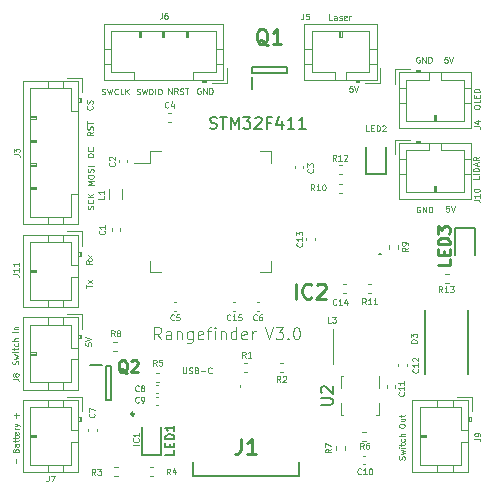
<source format=gbr>
%TF.GenerationSoftware,KiCad,Pcbnew,(7.0.0)*%
%TF.CreationDate,2023-09-18T04:22:57-04:00*%
%TF.ProjectId,Rangefinder,52616e67-6566-4696-9e64-65722e6b6963,rev?*%
%TF.SameCoordinates,Original*%
%TF.FileFunction,Legend,Top*%
%TF.FilePolarity,Positive*%
%FSLAX46Y46*%
G04 Gerber Fmt 4.6, Leading zero omitted, Abs format (unit mm)*
G04 Created by KiCad (PCBNEW (7.0.0)) date 2023-09-18 04:22:57*
%MOMM*%
%LPD*%
G01*
G04 APERTURE LIST*
%ADD10C,0.125000*%
%ADD11C,0.254000*%
%ADD12C,0.150000*%
%ADD13C,0.250000*%
%ADD14C,0.187500*%
%ADD15C,0.120000*%
%ADD16C,0.200000*%
%ADD17C,0.100000*%
G04 APERTURE END LIST*
D10*
X142809523Y-117782380D02*
X142476190Y-117306190D01*
X142238095Y-117782380D02*
X142238095Y-116782380D01*
X142238095Y-116782380D02*
X142619047Y-116782380D01*
X142619047Y-116782380D02*
X142714285Y-116830000D01*
X142714285Y-116830000D02*
X142761904Y-116877619D01*
X142761904Y-116877619D02*
X142809523Y-116972857D01*
X142809523Y-116972857D02*
X142809523Y-117115714D01*
X142809523Y-117115714D02*
X142761904Y-117210952D01*
X142761904Y-117210952D02*
X142714285Y-117258571D01*
X142714285Y-117258571D02*
X142619047Y-117306190D01*
X142619047Y-117306190D02*
X142238095Y-117306190D01*
X143666666Y-117782380D02*
X143666666Y-117258571D01*
X143666666Y-117258571D02*
X143619047Y-117163333D01*
X143619047Y-117163333D02*
X143523809Y-117115714D01*
X143523809Y-117115714D02*
X143333333Y-117115714D01*
X143333333Y-117115714D02*
X143238095Y-117163333D01*
X143666666Y-117734761D02*
X143571428Y-117782380D01*
X143571428Y-117782380D02*
X143333333Y-117782380D01*
X143333333Y-117782380D02*
X143238095Y-117734761D01*
X143238095Y-117734761D02*
X143190476Y-117639523D01*
X143190476Y-117639523D02*
X143190476Y-117544285D01*
X143190476Y-117544285D02*
X143238095Y-117449047D01*
X143238095Y-117449047D02*
X143333333Y-117401428D01*
X143333333Y-117401428D02*
X143571428Y-117401428D01*
X143571428Y-117401428D02*
X143666666Y-117353809D01*
X144142857Y-117115714D02*
X144142857Y-117782380D01*
X144142857Y-117210952D02*
X144190476Y-117163333D01*
X144190476Y-117163333D02*
X144285714Y-117115714D01*
X144285714Y-117115714D02*
X144428571Y-117115714D01*
X144428571Y-117115714D02*
X144523809Y-117163333D01*
X144523809Y-117163333D02*
X144571428Y-117258571D01*
X144571428Y-117258571D02*
X144571428Y-117782380D01*
X145476190Y-117115714D02*
X145476190Y-117925238D01*
X145476190Y-117925238D02*
X145428571Y-118020476D01*
X145428571Y-118020476D02*
X145380952Y-118068095D01*
X145380952Y-118068095D02*
X145285714Y-118115714D01*
X145285714Y-118115714D02*
X145142857Y-118115714D01*
X145142857Y-118115714D02*
X145047619Y-118068095D01*
X145476190Y-117734761D02*
X145380952Y-117782380D01*
X145380952Y-117782380D02*
X145190476Y-117782380D01*
X145190476Y-117782380D02*
X145095238Y-117734761D01*
X145095238Y-117734761D02*
X145047619Y-117687142D01*
X145047619Y-117687142D02*
X145000000Y-117591904D01*
X145000000Y-117591904D02*
X145000000Y-117306190D01*
X145000000Y-117306190D02*
X145047619Y-117210952D01*
X145047619Y-117210952D02*
X145095238Y-117163333D01*
X145095238Y-117163333D02*
X145190476Y-117115714D01*
X145190476Y-117115714D02*
X145380952Y-117115714D01*
X145380952Y-117115714D02*
X145476190Y-117163333D01*
X146333333Y-117734761D02*
X146238095Y-117782380D01*
X146238095Y-117782380D02*
X146047619Y-117782380D01*
X146047619Y-117782380D02*
X145952381Y-117734761D01*
X145952381Y-117734761D02*
X145904762Y-117639523D01*
X145904762Y-117639523D02*
X145904762Y-117258571D01*
X145904762Y-117258571D02*
X145952381Y-117163333D01*
X145952381Y-117163333D02*
X146047619Y-117115714D01*
X146047619Y-117115714D02*
X146238095Y-117115714D01*
X146238095Y-117115714D02*
X146333333Y-117163333D01*
X146333333Y-117163333D02*
X146380952Y-117258571D01*
X146380952Y-117258571D02*
X146380952Y-117353809D01*
X146380952Y-117353809D02*
X145904762Y-117449047D01*
X146666667Y-117115714D02*
X147047619Y-117115714D01*
X146809524Y-117782380D02*
X146809524Y-116925238D01*
X146809524Y-116925238D02*
X146857143Y-116830000D01*
X146857143Y-116830000D02*
X146952381Y-116782380D01*
X146952381Y-116782380D02*
X147047619Y-116782380D01*
X147380953Y-117782380D02*
X147380953Y-117115714D01*
X147380953Y-116782380D02*
X147333334Y-116830000D01*
X147333334Y-116830000D02*
X147380953Y-116877619D01*
X147380953Y-116877619D02*
X147428572Y-116830000D01*
X147428572Y-116830000D02*
X147380953Y-116782380D01*
X147380953Y-116782380D02*
X147380953Y-116877619D01*
X147857143Y-117115714D02*
X147857143Y-117782380D01*
X147857143Y-117210952D02*
X147904762Y-117163333D01*
X147904762Y-117163333D02*
X148000000Y-117115714D01*
X148000000Y-117115714D02*
X148142857Y-117115714D01*
X148142857Y-117115714D02*
X148238095Y-117163333D01*
X148238095Y-117163333D02*
X148285714Y-117258571D01*
X148285714Y-117258571D02*
X148285714Y-117782380D01*
X149190476Y-117782380D02*
X149190476Y-116782380D01*
X149190476Y-117734761D02*
X149095238Y-117782380D01*
X149095238Y-117782380D02*
X148904762Y-117782380D01*
X148904762Y-117782380D02*
X148809524Y-117734761D01*
X148809524Y-117734761D02*
X148761905Y-117687142D01*
X148761905Y-117687142D02*
X148714286Y-117591904D01*
X148714286Y-117591904D02*
X148714286Y-117306190D01*
X148714286Y-117306190D02*
X148761905Y-117210952D01*
X148761905Y-117210952D02*
X148809524Y-117163333D01*
X148809524Y-117163333D02*
X148904762Y-117115714D01*
X148904762Y-117115714D02*
X149095238Y-117115714D01*
X149095238Y-117115714D02*
X149190476Y-117163333D01*
X150047619Y-117734761D02*
X149952381Y-117782380D01*
X149952381Y-117782380D02*
X149761905Y-117782380D01*
X149761905Y-117782380D02*
X149666667Y-117734761D01*
X149666667Y-117734761D02*
X149619048Y-117639523D01*
X149619048Y-117639523D02*
X149619048Y-117258571D01*
X149619048Y-117258571D02*
X149666667Y-117163333D01*
X149666667Y-117163333D02*
X149761905Y-117115714D01*
X149761905Y-117115714D02*
X149952381Y-117115714D01*
X149952381Y-117115714D02*
X150047619Y-117163333D01*
X150047619Y-117163333D02*
X150095238Y-117258571D01*
X150095238Y-117258571D02*
X150095238Y-117353809D01*
X150095238Y-117353809D02*
X149619048Y-117449047D01*
X150523810Y-117782380D02*
X150523810Y-117115714D01*
X150523810Y-117306190D02*
X150571429Y-117210952D01*
X150571429Y-117210952D02*
X150619048Y-117163333D01*
X150619048Y-117163333D02*
X150714286Y-117115714D01*
X150714286Y-117115714D02*
X150809524Y-117115714D01*
X151600001Y-116782380D02*
X151933334Y-117782380D01*
X151933334Y-117782380D02*
X152266667Y-116782380D01*
X152504763Y-116782380D02*
X153123810Y-116782380D01*
X153123810Y-116782380D02*
X152790477Y-117163333D01*
X152790477Y-117163333D02*
X152933334Y-117163333D01*
X152933334Y-117163333D02*
X153028572Y-117210952D01*
X153028572Y-117210952D02*
X153076191Y-117258571D01*
X153076191Y-117258571D02*
X153123810Y-117353809D01*
X153123810Y-117353809D02*
X153123810Y-117591904D01*
X153123810Y-117591904D02*
X153076191Y-117687142D01*
X153076191Y-117687142D02*
X153028572Y-117734761D01*
X153028572Y-117734761D02*
X152933334Y-117782380D01*
X152933334Y-117782380D02*
X152647620Y-117782380D01*
X152647620Y-117782380D02*
X152552382Y-117734761D01*
X152552382Y-117734761D02*
X152504763Y-117687142D01*
X153552382Y-117687142D02*
X153600001Y-117734761D01*
X153600001Y-117734761D02*
X153552382Y-117782380D01*
X153552382Y-117782380D02*
X153504763Y-117734761D01*
X153504763Y-117734761D02*
X153552382Y-117687142D01*
X153552382Y-117687142D02*
X153552382Y-117782380D01*
X154219048Y-116782380D02*
X154314286Y-116782380D01*
X154314286Y-116782380D02*
X154409524Y-116830000D01*
X154409524Y-116830000D02*
X154457143Y-116877619D01*
X154457143Y-116877619D02*
X154504762Y-116972857D01*
X154504762Y-116972857D02*
X154552381Y-117163333D01*
X154552381Y-117163333D02*
X154552381Y-117401428D01*
X154552381Y-117401428D02*
X154504762Y-117591904D01*
X154504762Y-117591904D02*
X154457143Y-117687142D01*
X154457143Y-117687142D02*
X154409524Y-117734761D01*
X154409524Y-117734761D02*
X154314286Y-117782380D01*
X154314286Y-117782380D02*
X154219048Y-117782380D01*
X154219048Y-117782380D02*
X154123810Y-117734761D01*
X154123810Y-117734761D02*
X154076191Y-117687142D01*
X154076191Y-117687142D02*
X154028572Y-117591904D01*
X154028572Y-117591904D02*
X153980953Y-117401428D01*
X153980953Y-117401428D02*
X153980953Y-117163333D01*
X153980953Y-117163333D02*
X154028572Y-116972857D01*
X154028572Y-116972857D02*
X154076191Y-116877619D01*
X154076191Y-116877619D02*
X154123810Y-116830000D01*
X154123810Y-116830000D02*
X154219048Y-116782380D01*
X164730971Y-106579361D02*
X164683352Y-106555551D01*
X164683352Y-106555551D02*
X164611923Y-106555551D01*
X164611923Y-106555551D02*
X164540495Y-106579361D01*
X164540495Y-106579361D02*
X164492876Y-106626980D01*
X164492876Y-106626980D02*
X164469066Y-106674599D01*
X164469066Y-106674599D02*
X164445257Y-106769837D01*
X164445257Y-106769837D02*
X164445257Y-106841265D01*
X164445257Y-106841265D02*
X164469066Y-106936503D01*
X164469066Y-106936503D02*
X164492876Y-106984122D01*
X164492876Y-106984122D02*
X164540495Y-107031741D01*
X164540495Y-107031741D02*
X164611923Y-107055551D01*
X164611923Y-107055551D02*
X164659542Y-107055551D01*
X164659542Y-107055551D02*
X164730971Y-107031741D01*
X164730971Y-107031741D02*
X164754780Y-107007932D01*
X164754780Y-107007932D02*
X164754780Y-106841265D01*
X164754780Y-106841265D02*
X164659542Y-106841265D01*
X164969066Y-107055551D02*
X164969066Y-106555551D01*
X164969066Y-106555551D02*
X165254780Y-107055551D01*
X165254780Y-107055551D02*
X165254780Y-106555551D01*
X165492876Y-107055551D02*
X165492876Y-106555551D01*
X165492876Y-106555551D02*
X165611924Y-106555551D01*
X165611924Y-106555551D02*
X165683352Y-106579361D01*
X165683352Y-106579361D02*
X165730971Y-106626980D01*
X165730971Y-106626980D02*
X165754781Y-106674599D01*
X165754781Y-106674599D02*
X165778590Y-106769837D01*
X165778590Y-106769837D02*
X165778590Y-106841265D01*
X165778590Y-106841265D02*
X165754781Y-106936503D01*
X165754781Y-106936503D02*
X165730971Y-106984122D01*
X165730971Y-106984122D02*
X165683352Y-107031741D01*
X165683352Y-107031741D02*
X165611924Y-107055551D01*
X165611924Y-107055551D02*
X165492876Y-107055551D01*
X167170552Y-106487751D02*
X166932457Y-106487751D01*
X166932457Y-106487751D02*
X166908648Y-106725846D01*
X166908648Y-106725846D02*
X166932457Y-106702037D01*
X166932457Y-106702037D02*
X166980076Y-106678227D01*
X166980076Y-106678227D02*
X167099124Y-106678227D01*
X167099124Y-106678227D02*
X167146743Y-106702037D01*
X167146743Y-106702037D02*
X167170552Y-106725846D01*
X167170552Y-106725846D02*
X167194362Y-106773465D01*
X167194362Y-106773465D02*
X167194362Y-106892513D01*
X167194362Y-106892513D02*
X167170552Y-106940132D01*
X167170552Y-106940132D02*
X167146743Y-106963941D01*
X167146743Y-106963941D02*
X167099124Y-106987751D01*
X167099124Y-106987751D02*
X166980076Y-106987751D01*
X166980076Y-106987751D02*
X166932457Y-106963941D01*
X166932457Y-106963941D02*
X166908648Y-106940132D01*
X167337219Y-106487751D02*
X167503885Y-106987751D01*
X167503885Y-106987751D02*
X167670552Y-106487751D01*
X169732990Y-103982228D02*
X169732990Y-104220323D01*
X169732990Y-104220323D02*
X169232990Y-104220323D01*
X169732990Y-103815561D02*
X169232990Y-103815561D01*
X169732990Y-103577466D02*
X169232990Y-103577466D01*
X169232990Y-103577466D02*
X169232990Y-103458418D01*
X169232990Y-103458418D02*
X169256800Y-103386990D01*
X169256800Y-103386990D02*
X169304419Y-103339371D01*
X169304419Y-103339371D02*
X169352038Y-103315561D01*
X169352038Y-103315561D02*
X169447276Y-103291752D01*
X169447276Y-103291752D02*
X169518704Y-103291752D01*
X169518704Y-103291752D02*
X169613942Y-103315561D01*
X169613942Y-103315561D02*
X169661561Y-103339371D01*
X169661561Y-103339371D02*
X169709180Y-103386990D01*
X169709180Y-103386990D02*
X169732990Y-103458418D01*
X169732990Y-103458418D02*
X169732990Y-103577466D01*
X169590133Y-103101275D02*
X169590133Y-102863180D01*
X169732990Y-103148894D02*
X169232990Y-102982228D01*
X169232990Y-102982228D02*
X169732990Y-102815561D01*
X169732990Y-102363181D02*
X169494895Y-102529847D01*
X169732990Y-102648895D02*
X169232990Y-102648895D01*
X169232990Y-102648895D02*
X169232990Y-102458419D01*
X169232990Y-102458419D02*
X169256800Y-102410800D01*
X169256800Y-102410800D02*
X169280609Y-102386990D01*
X169280609Y-102386990D02*
X169328228Y-102363181D01*
X169328228Y-102363181D02*
X169399657Y-102363181D01*
X169399657Y-102363181D02*
X169447276Y-102386990D01*
X169447276Y-102386990D02*
X169471085Y-102410800D01*
X169471085Y-102410800D02*
X169494895Y-102458419D01*
X169494895Y-102458419D02*
X169494895Y-102648895D01*
X167057553Y-93876995D02*
X166819458Y-93876995D01*
X166819458Y-93876995D02*
X166795649Y-94115090D01*
X166795649Y-94115090D02*
X166819458Y-94091281D01*
X166819458Y-94091281D02*
X166867077Y-94067471D01*
X166867077Y-94067471D02*
X166986125Y-94067471D01*
X166986125Y-94067471D02*
X167033744Y-94091281D01*
X167033744Y-94091281D02*
X167057553Y-94115090D01*
X167057553Y-94115090D02*
X167081363Y-94162709D01*
X167081363Y-94162709D02*
X167081363Y-94281757D01*
X167081363Y-94281757D02*
X167057553Y-94329376D01*
X167057553Y-94329376D02*
X167033744Y-94353185D01*
X167033744Y-94353185D02*
X166986125Y-94376995D01*
X166986125Y-94376995D02*
X166867077Y-94376995D01*
X166867077Y-94376995D02*
X166819458Y-94353185D01*
X166819458Y-94353185D02*
X166795649Y-94329376D01*
X167224220Y-93876995D02*
X167390886Y-94376995D01*
X167390886Y-94376995D02*
X167557553Y-93876995D01*
X164685771Y-93900805D02*
X164638152Y-93876995D01*
X164638152Y-93876995D02*
X164566723Y-93876995D01*
X164566723Y-93876995D02*
X164495295Y-93900805D01*
X164495295Y-93900805D02*
X164447676Y-93948424D01*
X164447676Y-93948424D02*
X164423866Y-93996043D01*
X164423866Y-93996043D02*
X164400057Y-94091281D01*
X164400057Y-94091281D02*
X164400057Y-94162709D01*
X164400057Y-94162709D02*
X164423866Y-94257947D01*
X164423866Y-94257947D02*
X164447676Y-94305566D01*
X164447676Y-94305566D02*
X164495295Y-94353185D01*
X164495295Y-94353185D02*
X164566723Y-94376995D01*
X164566723Y-94376995D02*
X164614342Y-94376995D01*
X164614342Y-94376995D02*
X164685771Y-94353185D01*
X164685771Y-94353185D02*
X164709580Y-94329376D01*
X164709580Y-94329376D02*
X164709580Y-94162709D01*
X164709580Y-94162709D02*
X164614342Y-94162709D01*
X164923866Y-94376995D02*
X164923866Y-93876995D01*
X164923866Y-93876995D02*
X165209580Y-94376995D01*
X165209580Y-94376995D02*
X165209580Y-93876995D01*
X165447676Y-94376995D02*
X165447676Y-93876995D01*
X165447676Y-93876995D02*
X165566724Y-93876995D01*
X165566724Y-93876995D02*
X165638152Y-93900805D01*
X165638152Y-93900805D02*
X165685771Y-93948424D01*
X165685771Y-93948424D02*
X165709581Y-93996043D01*
X165709581Y-93996043D02*
X165733390Y-94091281D01*
X165733390Y-94091281D02*
X165733390Y-94162709D01*
X165733390Y-94162709D02*
X165709581Y-94257947D01*
X165709581Y-94257947D02*
X165685771Y-94305566D01*
X165685771Y-94305566D02*
X165638152Y-94353185D01*
X165638152Y-94353185D02*
X165566724Y-94376995D01*
X165566724Y-94376995D02*
X165447676Y-94376995D01*
X169278190Y-98158705D02*
X169278190Y-98063467D01*
X169278190Y-98063467D02*
X169302000Y-98015848D01*
X169302000Y-98015848D02*
X169349619Y-97968229D01*
X169349619Y-97968229D02*
X169444857Y-97944419D01*
X169444857Y-97944419D02*
X169611523Y-97944419D01*
X169611523Y-97944419D02*
X169706761Y-97968229D01*
X169706761Y-97968229D02*
X169754380Y-98015848D01*
X169754380Y-98015848D02*
X169778190Y-98063467D01*
X169778190Y-98063467D02*
X169778190Y-98158705D01*
X169778190Y-98158705D02*
X169754380Y-98206324D01*
X169754380Y-98206324D02*
X169706761Y-98253943D01*
X169706761Y-98253943D02*
X169611523Y-98277752D01*
X169611523Y-98277752D02*
X169444857Y-98277752D01*
X169444857Y-98277752D02*
X169349619Y-98253943D01*
X169349619Y-98253943D02*
X169302000Y-98206324D01*
X169302000Y-98206324D02*
X169278190Y-98158705D01*
X169778190Y-97492038D02*
X169778190Y-97730133D01*
X169778190Y-97730133D02*
X169278190Y-97730133D01*
X169516285Y-97325371D02*
X169516285Y-97158704D01*
X169778190Y-97087276D02*
X169778190Y-97325371D01*
X169778190Y-97325371D02*
X169278190Y-97325371D01*
X169278190Y-97325371D02*
X169278190Y-97087276D01*
X169778190Y-96872990D02*
X169278190Y-96872990D01*
X169278190Y-96872990D02*
X169278190Y-96753942D01*
X169278190Y-96753942D02*
X169302000Y-96682514D01*
X169302000Y-96682514D02*
X169349619Y-96634895D01*
X169349619Y-96634895D02*
X169397238Y-96611085D01*
X169397238Y-96611085D02*
X169492476Y-96587276D01*
X169492476Y-96587276D02*
X169563904Y-96587276D01*
X169563904Y-96587276D02*
X169659142Y-96611085D01*
X169659142Y-96611085D02*
X169706761Y-96634895D01*
X169706761Y-96634895D02*
X169754380Y-96682514D01*
X169754380Y-96682514D02*
X169778190Y-96753942D01*
X169778190Y-96753942D02*
X169778190Y-96872990D01*
X157302478Y-90744011D02*
X157064383Y-90744011D01*
X157064383Y-90744011D02*
X157064383Y-90244011D01*
X157683431Y-90744011D02*
X157683431Y-90482106D01*
X157683431Y-90482106D02*
X157659621Y-90434487D01*
X157659621Y-90434487D02*
X157612002Y-90410678D01*
X157612002Y-90410678D02*
X157516764Y-90410678D01*
X157516764Y-90410678D02*
X157469145Y-90434487D01*
X157683431Y-90720201D02*
X157635812Y-90744011D01*
X157635812Y-90744011D02*
X157516764Y-90744011D01*
X157516764Y-90744011D02*
X157469145Y-90720201D01*
X157469145Y-90720201D02*
X157445336Y-90672582D01*
X157445336Y-90672582D02*
X157445336Y-90624963D01*
X157445336Y-90624963D02*
X157469145Y-90577344D01*
X157469145Y-90577344D02*
X157516764Y-90553535D01*
X157516764Y-90553535D02*
X157635812Y-90553535D01*
X157635812Y-90553535D02*
X157683431Y-90529725D01*
X157897717Y-90720201D02*
X157945336Y-90744011D01*
X157945336Y-90744011D02*
X158040574Y-90744011D01*
X158040574Y-90744011D02*
X158088193Y-90720201D01*
X158088193Y-90720201D02*
X158112002Y-90672582D01*
X158112002Y-90672582D02*
X158112002Y-90648773D01*
X158112002Y-90648773D02*
X158088193Y-90601154D01*
X158088193Y-90601154D02*
X158040574Y-90577344D01*
X158040574Y-90577344D02*
X157969145Y-90577344D01*
X157969145Y-90577344D02*
X157921526Y-90553535D01*
X157921526Y-90553535D02*
X157897717Y-90505916D01*
X157897717Y-90505916D02*
X157897717Y-90482106D01*
X157897717Y-90482106D02*
X157921526Y-90434487D01*
X157921526Y-90434487D02*
X157969145Y-90410678D01*
X157969145Y-90410678D02*
X158040574Y-90410678D01*
X158040574Y-90410678D02*
X158088193Y-90434487D01*
X158516764Y-90720201D02*
X158469145Y-90744011D01*
X158469145Y-90744011D02*
X158373907Y-90744011D01*
X158373907Y-90744011D02*
X158326288Y-90720201D01*
X158326288Y-90720201D02*
X158302479Y-90672582D01*
X158302479Y-90672582D02*
X158302479Y-90482106D01*
X158302479Y-90482106D02*
X158326288Y-90434487D01*
X158326288Y-90434487D02*
X158373907Y-90410678D01*
X158373907Y-90410678D02*
X158469145Y-90410678D01*
X158469145Y-90410678D02*
X158516764Y-90434487D01*
X158516764Y-90434487D02*
X158540574Y-90482106D01*
X158540574Y-90482106D02*
X158540574Y-90529725D01*
X158540574Y-90529725D02*
X158302479Y-90577344D01*
X158754859Y-90744011D02*
X158754859Y-90410678D01*
X158754859Y-90505916D02*
X158778669Y-90458297D01*
X158778669Y-90458297D02*
X158802478Y-90434487D01*
X158802478Y-90434487D02*
X158850097Y-90410678D01*
X158850097Y-90410678D02*
X158897716Y-90410678D01*
X159005006Y-96330923D02*
X158766911Y-96330923D01*
X158766911Y-96330923D02*
X158743102Y-96569018D01*
X158743102Y-96569018D02*
X158766911Y-96545209D01*
X158766911Y-96545209D02*
X158814530Y-96521399D01*
X158814530Y-96521399D02*
X158933578Y-96521399D01*
X158933578Y-96521399D02*
X158981197Y-96545209D01*
X158981197Y-96545209D02*
X159005006Y-96569018D01*
X159005006Y-96569018D02*
X159028816Y-96616637D01*
X159028816Y-96616637D02*
X159028816Y-96735685D01*
X159028816Y-96735685D02*
X159005006Y-96783304D01*
X159005006Y-96783304D02*
X158981197Y-96807113D01*
X158981197Y-96807113D02*
X158933578Y-96830923D01*
X158933578Y-96830923D02*
X158814530Y-96830923D01*
X158814530Y-96830923D02*
X158766911Y-96807113D01*
X158766911Y-96807113D02*
X158743102Y-96783304D01*
X159171673Y-96330923D02*
X159338339Y-96830923D01*
X159338339Y-96830923D02*
X159505006Y-96330923D01*
X130548885Y-128297213D02*
X130548885Y-127916261D01*
X130477456Y-127211498D02*
X130501266Y-127140070D01*
X130501266Y-127140070D02*
X130525075Y-127116260D01*
X130525075Y-127116260D02*
X130572694Y-127092451D01*
X130572694Y-127092451D02*
X130644123Y-127092451D01*
X130644123Y-127092451D02*
X130691742Y-127116260D01*
X130691742Y-127116260D02*
X130715551Y-127140070D01*
X130715551Y-127140070D02*
X130739361Y-127187689D01*
X130739361Y-127187689D02*
X130739361Y-127378165D01*
X130739361Y-127378165D02*
X130239361Y-127378165D01*
X130239361Y-127378165D02*
X130239361Y-127211498D01*
X130239361Y-127211498D02*
X130263171Y-127163879D01*
X130263171Y-127163879D02*
X130286980Y-127140070D01*
X130286980Y-127140070D02*
X130334599Y-127116260D01*
X130334599Y-127116260D02*
X130382218Y-127116260D01*
X130382218Y-127116260D02*
X130429837Y-127140070D01*
X130429837Y-127140070D02*
X130453647Y-127163879D01*
X130453647Y-127163879D02*
X130477456Y-127211498D01*
X130477456Y-127211498D02*
X130477456Y-127378165D01*
X130739361Y-126663879D02*
X130477456Y-126663879D01*
X130477456Y-126663879D02*
X130429837Y-126687689D01*
X130429837Y-126687689D02*
X130406028Y-126735308D01*
X130406028Y-126735308D02*
X130406028Y-126830546D01*
X130406028Y-126830546D02*
X130429837Y-126878165D01*
X130715551Y-126663879D02*
X130739361Y-126711498D01*
X130739361Y-126711498D02*
X130739361Y-126830546D01*
X130739361Y-126830546D02*
X130715551Y-126878165D01*
X130715551Y-126878165D02*
X130667932Y-126901974D01*
X130667932Y-126901974D02*
X130620313Y-126901974D01*
X130620313Y-126901974D02*
X130572694Y-126878165D01*
X130572694Y-126878165D02*
X130548885Y-126830546D01*
X130548885Y-126830546D02*
X130548885Y-126711498D01*
X130548885Y-126711498D02*
X130525075Y-126663879D01*
X130406028Y-126497212D02*
X130406028Y-126306736D01*
X130239361Y-126425784D02*
X130667932Y-126425784D01*
X130667932Y-126425784D02*
X130715551Y-126401974D01*
X130715551Y-126401974D02*
X130739361Y-126354355D01*
X130739361Y-126354355D02*
X130739361Y-126306736D01*
X130406028Y-126211498D02*
X130406028Y-126021022D01*
X130239361Y-126140070D02*
X130667932Y-126140070D01*
X130667932Y-126140070D02*
X130715551Y-126116260D01*
X130715551Y-126116260D02*
X130739361Y-126068641D01*
X130739361Y-126068641D02*
X130739361Y-126021022D01*
X130715551Y-125663880D02*
X130739361Y-125711499D01*
X130739361Y-125711499D02*
X130739361Y-125806737D01*
X130739361Y-125806737D02*
X130715551Y-125854356D01*
X130715551Y-125854356D02*
X130667932Y-125878165D01*
X130667932Y-125878165D02*
X130477456Y-125878165D01*
X130477456Y-125878165D02*
X130429837Y-125854356D01*
X130429837Y-125854356D02*
X130406028Y-125806737D01*
X130406028Y-125806737D02*
X130406028Y-125711499D01*
X130406028Y-125711499D02*
X130429837Y-125663880D01*
X130429837Y-125663880D02*
X130477456Y-125640070D01*
X130477456Y-125640070D02*
X130525075Y-125640070D01*
X130525075Y-125640070D02*
X130572694Y-125878165D01*
X130739361Y-125425785D02*
X130406028Y-125425785D01*
X130501266Y-125425785D02*
X130453647Y-125401975D01*
X130453647Y-125401975D02*
X130429837Y-125378166D01*
X130429837Y-125378166D02*
X130406028Y-125330547D01*
X130406028Y-125330547D02*
X130406028Y-125282928D01*
X130406028Y-125163880D02*
X130739361Y-125044832D01*
X130406028Y-124925785D02*
X130739361Y-125044832D01*
X130739361Y-125044832D02*
X130858409Y-125092451D01*
X130858409Y-125092451D02*
X130882218Y-125116261D01*
X130882218Y-125116261D02*
X130906028Y-125163880D01*
X130548885Y-124435309D02*
X130548885Y-124054357D01*
X130739361Y-124244833D02*
X130358409Y-124244833D01*
X144677324Y-120176211D02*
X144677324Y-120580973D01*
X144677324Y-120580973D02*
X144701134Y-120628592D01*
X144701134Y-120628592D02*
X144724943Y-120652401D01*
X144724943Y-120652401D02*
X144772562Y-120676211D01*
X144772562Y-120676211D02*
X144867800Y-120676211D01*
X144867800Y-120676211D02*
X144915419Y-120652401D01*
X144915419Y-120652401D02*
X144939229Y-120628592D01*
X144939229Y-120628592D02*
X144963038Y-120580973D01*
X144963038Y-120580973D02*
X144963038Y-120176211D01*
X145177325Y-120652401D02*
X145248753Y-120676211D01*
X145248753Y-120676211D02*
X145367801Y-120676211D01*
X145367801Y-120676211D02*
X145415420Y-120652401D01*
X145415420Y-120652401D02*
X145439229Y-120628592D01*
X145439229Y-120628592D02*
X145463039Y-120580973D01*
X145463039Y-120580973D02*
X145463039Y-120533354D01*
X145463039Y-120533354D02*
X145439229Y-120485735D01*
X145439229Y-120485735D02*
X145415420Y-120461925D01*
X145415420Y-120461925D02*
X145367801Y-120438116D01*
X145367801Y-120438116D02*
X145272563Y-120414306D01*
X145272563Y-120414306D02*
X145224944Y-120390497D01*
X145224944Y-120390497D02*
X145201134Y-120366687D01*
X145201134Y-120366687D02*
X145177325Y-120319068D01*
X145177325Y-120319068D02*
X145177325Y-120271449D01*
X145177325Y-120271449D02*
X145201134Y-120223830D01*
X145201134Y-120223830D02*
X145224944Y-120200021D01*
X145224944Y-120200021D02*
X145272563Y-120176211D01*
X145272563Y-120176211D02*
X145391610Y-120176211D01*
X145391610Y-120176211D02*
X145463039Y-120200021D01*
X145843991Y-120414306D02*
X145915419Y-120438116D01*
X145915419Y-120438116D02*
X145939229Y-120461925D01*
X145939229Y-120461925D02*
X145963038Y-120509544D01*
X145963038Y-120509544D02*
X145963038Y-120580973D01*
X145963038Y-120580973D02*
X145939229Y-120628592D01*
X145939229Y-120628592D02*
X145915419Y-120652401D01*
X145915419Y-120652401D02*
X145867800Y-120676211D01*
X145867800Y-120676211D02*
X145677324Y-120676211D01*
X145677324Y-120676211D02*
X145677324Y-120176211D01*
X145677324Y-120176211D02*
X145843991Y-120176211D01*
X145843991Y-120176211D02*
X145891610Y-120200021D01*
X145891610Y-120200021D02*
X145915419Y-120223830D01*
X145915419Y-120223830D02*
X145939229Y-120271449D01*
X145939229Y-120271449D02*
X145939229Y-120319068D01*
X145939229Y-120319068D02*
X145915419Y-120366687D01*
X145915419Y-120366687D02*
X145891610Y-120390497D01*
X145891610Y-120390497D02*
X145843991Y-120414306D01*
X145843991Y-120414306D02*
X145677324Y-120414306D01*
X146177324Y-120485735D02*
X146558277Y-120485735D01*
X147082086Y-120628592D02*
X147058277Y-120652401D01*
X147058277Y-120652401D02*
X146986848Y-120676211D01*
X146986848Y-120676211D02*
X146939229Y-120676211D01*
X146939229Y-120676211D02*
X146867801Y-120652401D01*
X146867801Y-120652401D02*
X146820182Y-120604782D01*
X146820182Y-120604782D02*
X146796372Y-120557163D01*
X146796372Y-120557163D02*
X146772563Y-120461925D01*
X146772563Y-120461925D02*
X146772563Y-120390497D01*
X146772563Y-120390497D02*
X146796372Y-120295259D01*
X146796372Y-120295259D02*
X146820182Y-120247640D01*
X146820182Y-120247640D02*
X146867801Y-120200021D01*
X146867801Y-120200021D02*
X146939229Y-120176211D01*
X146939229Y-120176211D02*
X146986848Y-120176211D01*
X146986848Y-120176211D02*
X147058277Y-120200021D01*
X147058277Y-120200021D02*
X147082086Y-120223830D01*
X163409591Y-127989557D02*
X163433401Y-127918129D01*
X163433401Y-127918129D02*
X163433401Y-127799081D01*
X163433401Y-127799081D02*
X163409591Y-127751462D01*
X163409591Y-127751462D02*
X163385782Y-127727653D01*
X163385782Y-127727653D02*
X163338163Y-127703843D01*
X163338163Y-127703843D02*
X163290544Y-127703843D01*
X163290544Y-127703843D02*
X163242925Y-127727653D01*
X163242925Y-127727653D02*
X163219115Y-127751462D01*
X163219115Y-127751462D02*
X163195306Y-127799081D01*
X163195306Y-127799081D02*
X163171496Y-127894319D01*
X163171496Y-127894319D02*
X163147687Y-127941938D01*
X163147687Y-127941938D02*
X163123877Y-127965748D01*
X163123877Y-127965748D02*
X163076258Y-127989557D01*
X163076258Y-127989557D02*
X163028639Y-127989557D01*
X163028639Y-127989557D02*
X162981020Y-127965748D01*
X162981020Y-127965748D02*
X162957211Y-127941938D01*
X162957211Y-127941938D02*
X162933401Y-127894319D01*
X162933401Y-127894319D02*
X162933401Y-127775272D01*
X162933401Y-127775272D02*
X162957211Y-127703843D01*
X163100068Y-127537177D02*
X163433401Y-127441939D01*
X163433401Y-127441939D02*
X163195306Y-127346701D01*
X163195306Y-127346701D02*
X163433401Y-127251463D01*
X163433401Y-127251463D02*
X163100068Y-127156225D01*
X163433401Y-126965748D02*
X163100068Y-126965748D01*
X162933401Y-126965748D02*
X162957211Y-126989557D01*
X162957211Y-126989557D02*
X162981020Y-126965748D01*
X162981020Y-126965748D02*
X162957211Y-126941938D01*
X162957211Y-126941938D02*
X162933401Y-126965748D01*
X162933401Y-126965748D02*
X162981020Y-126965748D01*
X163100068Y-126799081D02*
X163100068Y-126608605D01*
X162933401Y-126727653D02*
X163361972Y-126727653D01*
X163361972Y-126727653D02*
X163409591Y-126703843D01*
X163409591Y-126703843D02*
X163433401Y-126656224D01*
X163433401Y-126656224D02*
X163433401Y-126608605D01*
X163409591Y-126227653D02*
X163433401Y-126275272D01*
X163433401Y-126275272D02*
X163433401Y-126370510D01*
X163433401Y-126370510D02*
X163409591Y-126418129D01*
X163409591Y-126418129D02*
X163385782Y-126441939D01*
X163385782Y-126441939D02*
X163338163Y-126465748D01*
X163338163Y-126465748D02*
X163195306Y-126465748D01*
X163195306Y-126465748D02*
X163147687Y-126441939D01*
X163147687Y-126441939D02*
X163123877Y-126418129D01*
X163123877Y-126418129D02*
X163100068Y-126370510D01*
X163100068Y-126370510D02*
X163100068Y-126275272D01*
X163100068Y-126275272D02*
X163123877Y-126227653D01*
X163433401Y-126013368D02*
X162933401Y-126013368D01*
X163433401Y-125799082D02*
X163171496Y-125799082D01*
X163171496Y-125799082D02*
X163123877Y-125822892D01*
X163123877Y-125822892D02*
X163100068Y-125870511D01*
X163100068Y-125870511D02*
X163100068Y-125941939D01*
X163100068Y-125941939D02*
X163123877Y-125989558D01*
X163123877Y-125989558D02*
X163147687Y-126013368D01*
X162933401Y-125165749D02*
X162933401Y-125070511D01*
X162933401Y-125070511D02*
X162957211Y-125022892D01*
X162957211Y-125022892D02*
X163004830Y-124975273D01*
X163004830Y-124975273D02*
X163100068Y-124951463D01*
X163100068Y-124951463D02*
X163266734Y-124951463D01*
X163266734Y-124951463D02*
X163361972Y-124975273D01*
X163361972Y-124975273D02*
X163409591Y-125022892D01*
X163409591Y-125022892D02*
X163433401Y-125070511D01*
X163433401Y-125070511D02*
X163433401Y-125165749D01*
X163433401Y-125165749D02*
X163409591Y-125213368D01*
X163409591Y-125213368D02*
X163361972Y-125260987D01*
X163361972Y-125260987D02*
X163266734Y-125284796D01*
X163266734Y-125284796D02*
X163100068Y-125284796D01*
X163100068Y-125284796D02*
X163004830Y-125260987D01*
X163004830Y-125260987D02*
X162957211Y-125213368D01*
X162957211Y-125213368D02*
X162933401Y-125165749D01*
X163100068Y-124522891D02*
X163433401Y-124522891D01*
X163100068Y-124737177D02*
X163361972Y-124737177D01*
X163361972Y-124737177D02*
X163409591Y-124713367D01*
X163409591Y-124713367D02*
X163433401Y-124665748D01*
X163433401Y-124665748D02*
X163433401Y-124594320D01*
X163433401Y-124594320D02*
X163409591Y-124546701D01*
X163409591Y-124546701D02*
X163385782Y-124522891D01*
X163100068Y-124356224D02*
X163100068Y-124165748D01*
X162933401Y-124284796D02*
X163361972Y-124284796D01*
X163361972Y-124284796D02*
X163409591Y-124260986D01*
X163409591Y-124260986D02*
X163433401Y-124213367D01*
X163433401Y-124213367D02*
X163433401Y-124165748D01*
X130705594Y-119904761D02*
X130729404Y-119833333D01*
X130729404Y-119833333D02*
X130729404Y-119714285D01*
X130729404Y-119714285D02*
X130705594Y-119666666D01*
X130705594Y-119666666D02*
X130681785Y-119642857D01*
X130681785Y-119642857D02*
X130634166Y-119619047D01*
X130634166Y-119619047D02*
X130586547Y-119619047D01*
X130586547Y-119619047D02*
X130538928Y-119642857D01*
X130538928Y-119642857D02*
X130515118Y-119666666D01*
X130515118Y-119666666D02*
X130491309Y-119714285D01*
X130491309Y-119714285D02*
X130467499Y-119809523D01*
X130467499Y-119809523D02*
X130443690Y-119857142D01*
X130443690Y-119857142D02*
X130419880Y-119880952D01*
X130419880Y-119880952D02*
X130372261Y-119904761D01*
X130372261Y-119904761D02*
X130324642Y-119904761D01*
X130324642Y-119904761D02*
X130277023Y-119880952D01*
X130277023Y-119880952D02*
X130253214Y-119857142D01*
X130253214Y-119857142D02*
X130229404Y-119809523D01*
X130229404Y-119809523D02*
X130229404Y-119690476D01*
X130229404Y-119690476D02*
X130253214Y-119619047D01*
X130396071Y-119452381D02*
X130729404Y-119357143D01*
X130729404Y-119357143D02*
X130491309Y-119261905D01*
X130491309Y-119261905D02*
X130729404Y-119166667D01*
X130729404Y-119166667D02*
X130396071Y-119071429D01*
X130729404Y-118880952D02*
X130396071Y-118880952D01*
X130229404Y-118880952D02*
X130253214Y-118904761D01*
X130253214Y-118904761D02*
X130277023Y-118880952D01*
X130277023Y-118880952D02*
X130253214Y-118857142D01*
X130253214Y-118857142D02*
X130229404Y-118880952D01*
X130229404Y-118880952D02*
X130277023Y-118880952D01*
X130396071Y-118714285D02*
X130396071Y-118523809D01*
X130229404Y-118642857D02*
X130657975Y-118642857D01*
X130657975Y-118642857D02*
X130705594Y-118619047D01*
X130705594Y-118619047D02*
X130729404Y-118571428D01*
X130729404Y-118571428D02*
X130729404Y-118523809D01*
X130705594Y-118142857D02*
X130729404Y-118190476D01*
X130729404Y-118190476D02*
X130729404Y-118285714D01*
X130729404Y-118285714D02*
X130705594Y-118333333D01*
X130705594Y-118333333D02*
X130681785Y-118357143D01*
X130681785Y-118357143D02*
X130634166Y-118380952D01*
X130634166Y-118380952D02*
X130491309Y-118380952D01*
X130491309Y-118380952D02*
X130443690Y-118357143D01*
X130443690Y-118357143D02*
X130419880Y-118333333D01*
X130419880Y-118333333D02*
X130396071Y-118285714D01*
X130396071Y-118285714D02*
X130396071Y-118190476D01*
X130396071Y-118190476D02*
X130419880Y-118142857D01*
X130729404Y-117928572D02*
X130229404Y-117928572D01*
X130729404Y-117714286D02*
X130467499Y-117714286D01*
X130467499Y-117714286D02*
X130419880Y-117738096D01*
X130419880Y-117738096D02*
X130396071Y-117785715D01*
X130396071Y-117785715D02*
X130396071Y-117857143D01*
X130396071Y-117857143D02*
X130419880Y-117904762D01*
X130419880Y-117904762D02*
X130443690Y-117928572D01*
X130729404Y-117176191D02*
X130229404Y-117176191D01*
X130396071Y-116938096D02*
X130729404Y-116938096D01*
X130443690Y-116938096D02*
X130419880Y-116914286D01*
X130419880Y-116914286D02*
X130396071Y-116866667D01*
X130396071Y-116866667D02*
X130396071Y-116795239D01*
X130396071Y-116795239D02*
X130419880Y-116747620D01*
X130419880Y-116747620D02*
X130467499Y-116723810D01*
X130467499Y-116723810D02*
X130729404Y-116723810D01*
X146138328Y-96544809D02*
X146090709Y-96520999D01*
X146090709Y-96520999D02*
X146019280Y-96520999D01*
X146019280Y-96520999D02*
X145947852Y-96544809D01*
X145947852Y-96544809D02*
X145900233Y-96592428D01*
X145900233Y-96592428D02*
X145876423Y-96640047D01*
X145876423Y-96640047D02*
X145852614Y-96735285D01*
X145852614Y-96735285D02*
X145852614Y-96806713D01*
X145852614Y-96806713D02*
X145876423Y-96901951D01*
X145876423Y-96901951D02*
X145900233Y-96949570D01*
X145900233Y-96949570D02*
X145947852Y-96997189D01*
X145947852Y-96997189D02*
X146019280Y-97020999D01*
X146019280Y-97020999D02*
X146066899Y-97020999D01*
X146066899Y-97020999D02*
X146138328Y-96997189D01*
X146138328Y-96997189D02*
X146162137Y-96973380D01*
X146162137Y-96973380D02*
X146162137Y-96806713D01*
X146162137Y-96806713D02*
X146066899Y-96806713D01*
X146376423Y-97020999D02*
X146376423Y-96520999D01*
X146376423Y-96520999D02*
X146662137Y-97020999D01*
X146662137Y-97020999D02*
X146662137Y-96520999D01*
X146900233Y-97020999D02*
X146900233Y-96520999D01*
X146900233Y-96520999D02*
X147019281Y-96520999D01*
X147019281Y-96520999D02*
X147090709Y-96544809D01*
X147090709Y-96544809D02*
X147138328Y-96592428D01*
X147138328Y-96592428D02*
X147162138Y-96640047D01*
X147162138Y-96640047D02*
X147185947Y-96735285D01*
X147185947Y-96735285D02*
X147185947Y-96806713D01*
X147185947Y-96806713D02*
X147162138Y-96901951D01*
X147162138Y-96901951D02*
X147138328Y-96949570D01*
X147138328Y-96949570D02*
X147090709Y-96997189D01*
X147090709Y-96997189D02*
X147019281Y-97020999D01*
X147019281Y-97020999D02*
X146900233Y-97020999D01*
X143413032Y-97043599D02*
X143413032Y-96543599D01*
X143413032Y-96543599D02*
X143698746Y-97043599D01*
X143698746Y-97043599D02*
X143698746Y-96543599D01*
X144222556Y-97043599D02*
X144055890Y-96805504D01*
X143936842Y-97043599D02*
X143936842Y-96543599D01*
X143936842Y-96543599D02*
X144127318Y-96543599D01*
X144127318Y-96543599D02*
X144174937Y-96567409D01*
X144174937Y-96567409D02*
X144198747Y-96591218D01*
X144198747Y-96591218D02*
X144222556Y-96638837D01*
X144222556Y-96638837D02*
X144222556Y-96710266D01*
X144222556Y-96710266D02*
X144198747Y-96757885D01*
X144198747Y-96757885D02*
X144174937Y-96781694D01*
X144174937Y-96781694D02*
X144127318Y-96805504D01*
X144127318Y-96805504D02*
X143936842Y-96805504D01*
X144413033Y-97019789D02*
X144484461Y-97043599D01*
X144484461Y-97043599D02*
X144603509Y-97043599D01*
X144603509Y-97043599D02*
X144651128Y-97019789D01*
X144651128Y-97019789D02*
X144674937Y-96995980D01*
X144674937Y-96995980D02*
X144698747Y-96948361D01*
X144698747Y-96948361D02*
X144698747Y-96900742D01*
X144698747Y-96900742D02*
X144674937Y-96853123D01*
X144674937Y-96853123D02*
X144651128Y-96829313D01*
X144651128Y-96829313D02*
X144603509Y-96805504D01*
X144603509Y-96805504D02*
X144508271Y-96781694D01*
X144508271Y-96781694D02*
X144460652Y-96757885D01*
X144460652Y-96757885D02*
X144436842Y-96734075D01*
X144436842Y-96734075D02*
X144413033Y-96686456D01*
X144413033Y-96686456D02*
X144413033Y-96638837D01*
X144413033Y-96638837D02*
X144436842Y-96591218D01*
X144436842Y-96591218D02*
X144460652Y-96567409D01*
X144460652Y-96567409D02*
X144508271Y-96543599D01*
X144508271Y-96543599D02*
X144627318Y-96543599D01*
X144627318Y-96543599D02*
X144698747Y-96567409D01*
X144841604Y-96543599D02*
X145127318Y-96543599D01*
X144984461Y-97043599D02*
X144984461Y-96543599D01*
X140745032Y-97042389D02*
X140816460Y-97066199D01*
X140816460Y-97066199D02*
X140935508Y-97066199D01*
X140935508Y-97066199D02*
X140983127Y-97042389D01*
X140983127Y-97042389D02*
X141006936Y-97018580D01*
X141006936Y-97018580D02*
X141030746Y-96970961D01*
X141030746Y-96970961D02*
X141030746Y-96923342D01*
X141030746Y-96923342D02*
X141006936Y-96875723D01*
X141006936Y-96875723D02*
X140983127Y-96851913D01*
X140983127Y-96851913D02*
X140935508Y-96828104D01*
X140935508Y-96828104D02*
X140840270Y-96804294D01*
X140840270Y-96804294D02*
X140792651Y-96780485D01*
X140792651Y-96780485D02*
X140768841Y-96756675D01*
X140768841Y-96756675D02*
X140745032Y-96709056D01*
X140745032Y-96709056D02*
X140745032Y-96661437D01*
X140745032Y-96661437D02*
X140768841Y-96613818D01*
X140768841Y-96613818D02*
X140792651Y-96590009D01*
X140792651Y-96590009D02*
X140840270Y-96566199D01*
X140840270Y-96566199D02*
X140959317Y-96566199D01*
X140959317Y-96566199D02*
X141030746Y-96590009D01*
X141197412Y-96566199D02*
X141316460Y-97066199D01*
X141316460Y-97066199D02*
X141411698Y-96709056D01*
X141411698Y-96709056D02*
X141506936Y-97066199D01*
X141506936Y-97066199D02*
X141625984Y-96566199D01*
X141816460Y-97066199D02*
X141816460Y-96566199D01*
X141816460Y-96566199D02*
X141935508Y-96566199D01*
X141935508Y-96566199D02*
X142006936Y-96590009D01*
X142006936Y-96590009D02*
X142054555Y-96637628D01*
X142054555Y-96637628D02*
X142078365Y-96685247D01*
X142078365Y-96685247D02*
X142102174Y-96780485D01*
X142102174Y-96780485D02*
X142102174Y-96851913D01*
X142102174Y-96851913D02*
X142078365Y-96947151D01*
X142078365Y-96947151D02*
X142054555Y-96994770D01*
X142054555Y-96994770D02*
X142006936Y-97042389D01*
X142006936Y-97042389D02*
X141935508Y-97066199D01*
X141935508Y-97066199D02*
X141816460Y-97066199D01*
X142316460Y-97066199D02*
X142316460Y-96566199D01*
X142649793Y-96566199D02*
X142745031Y-96566199D01*
X142745031Y-96566199D02*
X142792650Y-96590009D01*
X142792650Y-96590009D02*
X142840269Y-96637628D01*
X142840269Y-96637628D02*
X142864079Y-96732866D01*
X142864079Y-96732866D02*
X142864079Y-96899532D01*
X142864079Y-96899532D02*
X142840269Y-96994770D01*
X142840269Y-96994770D02*
X142792650Y-97042389D01*
X142792650Y-97042389D02*
X142745031Y-97066199D01*
X142745031Y-97066199D02*
X142649793Y-97066199D01*
X142649793Y-97066199D02*
X142602174Y-97042389D01*
X142602174Y-97042389D02*
X142554555Y-96994770D01*
X142554555Y-96994770D02*
X142530746Y-96899532D01*
X142530746Y-96899532D02*
X142530746Y-96732866D01*
X142530746Y-96732866D02*
X142554555Y-96637628D01*
X142554555Y-96637628D02*
X142602174Y-96590009D01*
X142602174Y-96590009D02*
X142649793Y-96566199D01*
X137807042Y-97042389D02*
X137878470Y-97066199D01*
X137878470Y-97066199D02*
X137997518Y-97066199D01*
X137997518Y-97066199D02*
X138045137Y-97042389D01*
X138045137Y-97042389D02*
X138068946Y-97018580D01*
X138068946Y-97018580D02*
X138092756Y-96970961D01*
X138092756Y-96970961D02*
X138092756Y-96923342D01*
X138092756Y-96923342D02*
X138068946Y-96875723D01*
X138068946Y-96875723D02*
X138045137Y-96851913D01*
X138045137Y-96851913D02*
X137997518Y-96828104D01*
X137997518Y-96828104D02*
X137902280Y-96804294D01*
X137902280Y-96804294D02*
X137854661Y-96780485D01*
X137854661Y-96780485D02*
X137830851Y-96756675D01*
X137830851Y-96756675D02*
X137807042Y-96709056D01*
X137807042Y-96709056D02*
X137807042Y-96661437D01*
X137807042Y-96661437D02*
X137830851Y-96613818D01*
X137830851Y-96613818D02*
X137854661Y-96590009D01*
X137854661Y-96590009D02*
X137902280Y-96566199D01*
X137902280Y-96566199D02*
X138021327Y-96566199D01*
X138021327Y-96566199D02*
X138092756Y-96590009D01*
X138259422Y-96566199D02*
X138378470Y-97066199D01*
X138378470Y-97066199D02*
X138473708Y-96709056D01*
X138473708Y-96709056D02*
X138568946Y-97066199D01*
X138568946Y-97066199D02*
X138687994Y-96566199D01*
X139164184Y-97018580D02*
X139140375Y-97042389D01*
X139140375Y-97042389D02*
X139068946Y-97066199D01*
X139068946Y-97066199D02*
X139021327Y-97066199D01*
X139021327Y-97066199D02*
X138949899Y-97042389D01*
X138949899Y-97042389D02*
X138902280Y-96994770D01*
X138902280Y-96994770D02*
X138878470Y-96947151D01*
X138878470Y-96947151D02*
X138854661Y-96851913D01*
X138854661Y-96851913D02*
X138854661Y-96780485D01*
X138854661Y-96780485D02*
X138878470Y-96685247D01*
X138878470Y-96685247D02*
X138902280Y-96637628D01*
X138902280Y-96637628D02*
X138949899Y-96590009D01*
X138949899Y-96590009D02*
X139021327Y-96566199D01*
X139021327Y-96566199D02*
X139068946Y-96566199D01*
X139068946Y-96566199D02*
X139140375Y-96590009D01*
X139140375Y-96590009D02*
X139164184Y-96613818D01*
X139616565Y-97066199D02*
X139378470Y-97066199D01*
X139378470Y-97066199D02*
X139378470Y-96566199D01*
X139783232Y-97066199D02*
X139783232Y-96566199D01*
X140068946Y-97066199D02*
X139854661Y-96780485D01*
X140068946Y-96566199D02*
X139783232Y-96851913D01*
X136958500Y-98040515D02*
X136982309Y-98064324D01*
X136982309Y-98064324D02*
X137006119Y-98135753D01*
X137006119Y-98135753D02*
X137006119Y-98183372D01*
X137006119Y-98183372D02*
X136982309Y-98254800D01*
X136982309Y-98254800D02*
X136934690Y-98302419D01*
X136934690Y-98302419D02*
X136887071Y-98326229D01*
X136887071Y-98326229D02*
X136791833Y-98350038D01*
X136791833Y-98350038D02*
X136720405Y-98350038D01*
X136720405Y-98350038D02*
X136625167Y-98326229D01*
X136625167Y-98326229D02*
X136577548Y-98302419D01*
X136577548Y-98302419D02*
X136529929Y-98254800D01*
X136529929Y-98254800D02*
X136506119Y-98183372D01*
X136506119Y-98183372D02*
X136506119Y-98135753D01*
X136506119Y-98135753D02*
X136529929Y-98064324D01*
X136529929Y-98064324D02*
X136553738Y-98040515D01*
X136982309Y-97850038D02*
X137006119Y-97778610D01*
X137006119Y-97778610D02*
X137006119Y-97659562D01*
X137006119Y-97659562D02*
X136982309Y-97611943D01*
X136982309Y-97611943D02*
X136958500Y-97588134D01*
X136958500Y-97588134D02*
X136910881Y-97564324D01*
X136910881Y-97564324D02*
X136863262Y-97564324D01*
X136863262Y-97564324D02*
X136815643Y-97588134D01*
X136815643Y-97588134D02*
X136791833Y-97611943D01*
X136791833Y-97611943D02*
X136768024Y-97659562D01*
X136768024Y-97659562D02*
X136744214Y-97754800D01*
X136744214Y-97754800D02*
X136720405Y-97802419D01*
X136720405Y-97802419D02*
X136696595Y-97826229D01*
X136696595Y-97826229D02*
X136648976Y-97850038D01*
X136648976Y-97850038D02*
X136601357Y-97850038D01*
X136601357Y-97850038D02*
X136553738Y-97826229D01*
X136553738Y-97826229D02*
X136529929Y-97802419D01*
X136529929Y-97802419D02*
X136506119Y-97754800D01*
X136506119Y-97754800D02*
X136506119Y-97635753D01*
X136506119Y-97635753D02*
X136529929Y-97564324D01*
X137036252Y-100240241D02*
X136798157Y-100406907D01*
X137036252Y-100525955D02*
X136536252Y-100525955D01*
X136536252Y-100525955D02*
X136536252Y-100335479D01*
X136536252Y-100335479D02*
X136560062Y-100287860D01*
X136560062Y-100287860D02*
X136583871Y-100264050D01*
X136583871Y-100264050D02*
X136631490Y-100240241D01*
X136631490Y-100240241D02*
X136702919Y-100240241D01*
X136702919Y-100240241D02*
X136750538Y-100264050D01*
X136750538Y-100264050D02*
X136774347Y-100287860D01*
X136774347Y-100287860D02*
X136798157Y-100335479D01*
X136798157Y-100335479D02*
X136798157Y-100525955D01*
X137012442Y-100049764D02*
X137036252Y-99978336D01*
X137036252Y-99978336D02*
X137036252Y-99859288D01*
X137036252Y-99859288D02*
X137012442Y-99811669D01*
X137012442Y-99811669D02*
X136988633Y-99787860D01*
X136988633Y-99787860D02*
X136941014Y-99764050D01*
X136941014Y-99764050D02*
X136893395Y-99764050D01*
X136893395Y-99764050D02*
X136845776Y-99787860D01*
X136845776Y-99787860D02*
X136821966Y-99811669D01*
X136821966Y-99811669D02*
X136798157Y-99859288D01*
X136798157Y-99859288D02*
X136774347Y-99954526D01*
X136774347Y-99954526D02*
X136750538Y-100002145D01*
X136750538Y-100002145D02*
X136726728Y-100025955D01*
X136726728Y-100025955D02*
X136679109Y-100049764D01*
X136679109Y-100049764D02*
X136631490Y-100049764D01*
X136631490Y-100049764D02*
X136583871Y-100025955D01*
X136583871Y-100025955D02*
X136560062Y-100002145D01*
X136560062Y-100002145D02*
X136536252Y-99954526D01*
X136536252Y-99954526D02*
X136536252Y-99835479D01*
X136536252Y-99835479D02*
X136560062Y-99764050D01*
X136536252Y-99621193D02*
X136536252Y-99335479D01*
X137036252Y-99478336D02*
X136536252Y-99478336D01*
X137081452Y-102333949D02*
X136581452Y-102333949D01*
X136581452Y-102333949D02*
X136581452Y-102214901D01*
X136581452Y-102214901D02*
X136605262Y-102143473D01*
X136605262Y-102143473D02*
X136652881Y-102095854D01*
X136652881Y-102095854D02*
X136700500Y-102072044D01*
X136700500Y-102072044D02*
X136795738Y-102048235D01*
X136795738Y-102048235D02*
X136867166Y-102048235D01*
X136867166Y-102048235D02*
X136962404Y-102072044D01*
X136962404Y-102072044D02*
X137010023Y-102095854D01*
X137010023Y-102095854D02*
X137057642Y-102143473D01*
X137057642Y-102143473D02*
X137081452Y-102214901D01*
X137081452Y-102214901D02*
X137081452Y-102333949D01*
X137033833Y-101548235D02*
X137057642Y-101572044D01*
X137057642Y-101572044D02*
X137081452Y-101643473D01*
X137081452Y-101643473D02*
X137081452Y-101691092D01*
X137081452Y-101691092D02*
X137057642Y-101762520D01*
X137057642Y-101762520D02*
X137010023Y-101810139D01*
X137010023Y-101810139D02*
X136962404Y-101833949D01*
X136962404Y-101833949D02*
X136867166Y-101857758D01*
X136867166Y-101857758D02*
X136795738Y-101857758D01*
X136795738Y-101857758D02*
X136700500Y-101833949D01*
X136700500Y-101833949D02*
X136652881Y-101810139D01*
X136652881Y-101810139D02*
X136605262Y-101762520D01*
X136605262Y-101762520D02*
X136581452Y-101691092D01*
X136581452Y-101691092D02*
X136581452Y-101643473D01*
X136581452Y-101643473D02*
X136605262Y-101572044D01*
X136605262Y-101572044D02*
X136629071Y-101548235D01*
X137096519Y-104729540D02*
X136596519Y-104729540D01*
X136596519Y-104729540D02*
X136953662Y-104562873D01*
X136953662Y-104562873D02*
X136596519Y-104396207D01*
X136596519Y-104396207D02*
X137096519Y-104396207D01*
X136596519Y-104062873D02*
X136596519Y-103967635D01*
X136596519Y-103967635D02*
X136620329Y-103920016D01*
X136620329Y-103920016D02*
X136667948Y-103872397D01*
X136667948Y-103872397D02*
X136763186Y-103848587D01*
X136763186Y-103848587D02*
X136929852Y-103848587D01*
X136929852Y-103848587D02*
X137025090Y-103872397D01*
X137025090Y-103872397D02*
X137072709Y-103920016D01*
X137072709Y-103920016D02*
X137096519Y-103967635D01*
X137096519Y-103967635D02*
X137096519Y-104062873D01*
X137096519Y-104062873D02*
X137072709Y-104110492D01*
X137072709Y-104110492D02*
X137025090Y-104158111D01*
X137025090Y-104158111D02*
X136929852Y-104181920D01*
X136929852Y-104181920D02*
X136763186Y-104181920D01*
X136763186Y-104181920D02*
X136667948Y-104158111D01*
X136667948Y-104158111D02*
X136620329Y-104110492D01*
X136620329Y-104110492D02*
X136596519Y-104062873D01*
X137072709Y-103658110D02*
X137096519Y-103586682D01*
X137096519Y-103586682D02*
X137096519Y-103467634D01*
X137096519Y-103467634D02*
X137072709Y-103420015D01*
X137072709Y-103420015D02*
X137048900Y-103396206D01*
X137048900Y-103396206D02*
X137001281Y-103372396D01*
X137001281Y-103372396D02*
X136953662Y-103372396D01*
X136953662Y-103372396D02*
X136906043Y-103396206D01*
X136906043Y-103396206D02*
X136882233Y-103420015D01*
X136882233Y-103420015D02*
X136858424Y-103467634D01*
X136858424Y-103467634D02*
X136834614Y-103562872D01*
X136834614Y-103562872D02*
X136810805Y-103610491D01*
X136810805Y-103610491D02*
X136786995Y-103634301D01*
X136786995Y-103634301D02*
X136739376Y-103658110D01*
X136739376Y-103658110D02*
X136691757Y-103658110D01*
X136691757Y-103658110D02*
X136644138Y-103634301D01*
X136644138Y-103634301D02*
X136620329Y-103610491D01*
X136620329Y-103610491D02*
X136596519Y-103562872D01*
X136596519Y-103562872D02*
X136596519Y-103443825D01*
X136596519Y-103443825D02*
X136620329Y-103372396D01*
X137096519Y-103158111D02*
X136596519Y-103158111D01*
X137057642Y-106757209D02*
X137081452Y-106685781D01*
X137081452Y-106685781D02*
X137081452Y-106566733D01*
X137081452Y-106566733D02*
X137057642Y-106519114D01*
X137057642Y-106519114D02*
X137033833Y-106495305D01*
X137033833Y-106495305D02*
X136986214Y-106471495D01*
X136986214Y-106471495D02*
X136938595Y-106471495D01*
X136938595Y-106471495D02*
X136890976Y-106495305D01*
X136890976Y-106495305D02*
X136867166Y-106519114D01*
X136867166Y-106519114D02*
X136843357Y-106566733D01*
X136843357Y-106566733D02*
X136819547Y-106661971D01*
X136819547Y-106661971D02*
X136795738Y-106709590D01*
X136795738Y-106709590D02*
X136771928Y-106733400D01*
X136771928Y-106733400D02*
X136724309Y-106757209D01*
X136724309Y-106757209D02*
X136676690Y-106757209D01*
X136676690Y-106757209D02*
X136629071Y-106733400D01*
X136629071Y-106733400D02*
X136605262Y-106709590D01*
X136605262Y-106709590D02*
X136581452Y-106661971D01*
X136581452Y-106661971D02*
X136581452Y-106542924D01*
X136581452Y-106542924D02*
X136605262Y-106471495D01*
X137033833Y-105971496D02*
X137057642Y-105995305D01*
X137057642Y-105995305D02*
X137081452Y-106066734D01*
X137081452Y-106066734D02*
X137081452Y-106114353D01*
X137081452Y-106114353D02*
X137057642Y-106185781D01*
X137057642Y-106185781D02*
X137010023Y-106233400D01*
X137010023Y-106233400D02*
X136962404Y-106257210D01*
X136962404Y-106257210D02*
X136867166Y-106281019D01*
X136867166Y-106281019D02*
X136795738Y-106281019D01*
X136795738Y-106281019D02*
X136700500Y-106257210D01*
X136700500Y-106257210D02*
X136652881Y-106233400D01*
X136652881Y-106233400D02*
X136605262Y-106185781D01*
X136605262Y-106185781D02*
X136581452Y-106114353D01*
X136581452Y-106114353D02*
X136581452Y-106066734D01*
X136581452Y-106066734D02*
X136605262Y-105995305D01*
X136605262Y-105995305D02*
X136629071Y-105971496D01*
X137081452Y-105757210D02*
X136581452Y-105757210D01*
X137081452Y-105471496D02*
X136795738Y-105685781D01*
X136581452Y-105471496D02*
X136867166Y-105757210D01*
X136391190Y-118066652D02*
X136391190Y-118304747D01*
X136391190Y-118304747D02*
X136629285Y-118328556D01*
X136629285Y-118328556D02*
X136605476Y-118304747D01*
X136605476Y-118304747D02*
X136581666Y-118257128D01*
X136581666Y-118257128D02*
X136581666Y-118138080D01*
X136581666Y-118138080D02*
X136605476Y-118090461D01*
X136605476Y-118090461D02*
X136629285Y-118066652D01*
X136629285Y-118066652D02*
X136676904Y-118042842D01*
X136676904Y-118042842D02*
X136795952Y-118042842D01*
X136795952Y-118042842D02*
X136843571Y-118066652D01*
X136843571Y-118066652D02*
X136867380Y-118090461D01*
X136867380Y-118090461D02*
X136891190Y-118138080D01*
X136891190Y-118138080D02*
X136891190Y-118257128D01*
X136891190Y-118257128D02*
X136867380Y-118304747D01*
X136867380Y-118304747D02*
X136843571Y-118328556D01*
X136391190Y-117899985D02*
X136891190Y-117733319D01*
X136891190Y-117733319D02*
X136391190Y-117566652D01*
X136941993Y-111120453D02*
X136703898Y-111287119D01*
X136941993Y-111406167D02*
X136441993Y-111406167D01*
X136441993Y-111406167D02*
X136441993Y-111215691D01*
X136441993Y-111215691D02*
X136465803Y-111168072D01*
X136465803Y-111168072D02*
X136489612Y-111144262D01*
X136489612Y-111144262D02*
X136537231Y-111120453D01*
X136537231Y-111120453D02*
X136608660Y-111120453D01*
X136608660Y-111120453D02*
X136656279Y-111144262D01*
X136656279Y-111144262D02*
X136680088Y-111168072D01*
X136680088Y-111168072D02*
X136703898Y-111215691D01*
X136703898Y-111215691D02*
X136703898Y-111406167D01*
X136941993Y-110953786D02*
X136608660Y-110691881D01*
X136608660Y-110953786D02*
X136941993Y-110691881D01*
X136464593Y-113466388D02*
X136464593Y-113180674D01*
X136964593Y-113323531D02*
X136464593Y-113323531D01*
X136964593Y-113061627D02*
X136631260Y-112799722D01*
X136631260Y-113061627D02*
X136964593Y-112799722D01*
%TO.C,C5*%
X143916666Y-116136071D02*
X143892857Y-116159880D01*
X143892857Y-116159880D02*
X143821428Y-116183690D01*
X143821428Y-116183690D02*
X143773809Y-116183690D01*
X143773809Y-116183690D02*
X143702381Y-116159880D01*
X143702381Y-116159880D02*
X143654762Y-116112261D01*
X143654762Y-116112261D02*
X143630952Y-116064642D01*
X143630952Y-116064642D02*
X143607143Y-115969404D01*
X143607143Y-115969404D02*
X143607143Y-115897976D01*
X143607143Y-115897976D02*
X143630952Y-115802738D01*
X143630952Y-115802738D02*
X143654762Y-115755119D01*
X143654762Y-115755119D02*
X143702381Y-115707500D01*
X143702381Y-115707500D02*
X143773809Y-115683690D01*
X143773809Y-115683690D02*
X143821428Y-115683690D01*
X143821428Y-115683690D02*
X143892857Y-115707500D01*
X143892857Y-115707500D02*
X143916666Y-115731309D01*
X144369047Y-115683690D02*
X144130952Y-115683690D01*
X144130952Y-115683690D02*
X144107143Y-115921785D01*
X144107143Y-115921785D02*
X144130952Y-115897976D01*
X144130952Y-115897976D02*
X144178571Y-115874166D01*
X144178571Y-115874166D02*
X144297619Y-115874166D01*
X144297619Y-115874166D02*
X144345238Y-115897976D01*
X144345238Y-115897976D02*
X144369047Y-115921785D01*
X144369047Y-115921785D02*
X144392857Y-115969404D01*
X144392857Y-115969404D02*
X144392857Y-116088452D01*
X144392857Y-116088452D02*
X144369047Y-116136071D01*
X144369047Y-116136071D02*
X144345238Y-116159880D01*
X144345238Y-116159880D02*
X144297619Y-116183690D01*
X144297619Y-116183690D02*
X144178571Y-116183690D01*
X144178571Y-116183690D02*
X144130952Y-116159880D01*
X144130952Y-116159880D02*
X144107143Y-116136071D01*
D11*
%TO.C,Q1*%
X151823199Y-92902807D02*
X151702247Y-92842331D01*
X151702247Y-92842331D02*
X151581294Y-92721378D01*
X151581294Y-92721378D02*
X151399866Y-92539950D01*
X151399866Y-92539950D02*
X151278913Y-92479473D01*
X151278913Y-92479473D02*
X151157961Y-92479473D01*
X151218437Y-92781854D02*
X151097485Y-92721378D01*
X151097485Y-92721378D02*
X150976532Y-92600426D01*
X150976532Y-92600426D02*
X150916056Y-92358521D01*
X150916056Y-92358521D02*
X150916056Y-91935188D01*
X150916056Y-91935188D02*
X150976532Y-91693283D01*
X150976532Y-91693283D02*
X151097485Y-91572331D01*
X151097485Y-91572331D02*
X151218437Y-91511854D01*
X151218437Y-91511854D02*
X151460342Y-91511854D01*
X151460342Y-91511854D02*
X151581294Y-91572331D01*
X151581294Y-91572331D02*
X151702247Y-91693283D01*
X151702247Y-91693283D02*
X151762723Y-91935188D01*
X151762723Y-91935188D02*
X151762723Y-92358521D01*
X151762723Y-92358521D02*
X151702247Y-92600426D01*
X151702247Y-92600426D02*
X151581294Y-92721378D01*
X151581294Y-92721378D02*
X151460342Y-92781854D01*
X151460342Y-92781854D02*
X151218437Y-92781854D01*
X152972247Y-92781854D02*
X152246532Y-92781854D01*
X152609389Y-92781854D02*
X152609389Y-91511854D01*
X152609389Y-91511854D02*
X152488437Y-91693283D01*
X152488437Y-91693283D02*
X152367485Y-91814235D01*
X152367485Y-91814235D02*
X152246532Y-91874711D01*
D10*
%TO.C,R1*%
X149968259Y-119340150D02*
X149801593Y-119102055D01*
X149682545Y-119340150D02*
X149682545Y-118840150D01*
X149682545Y-118840150D02*
X149873021Y-118840150D01*
X149873021Y-118840150D02*
X149920640Y-118863960D01*
X149920640Y-118863960D02*
X149944450Y-118887769D01*
X149944450Y-118887769D02*
X149968259Y-118935388D01*
X149968259Y-118935388D02*
X149968259Y-119006817D01*
X149968259Y-119006817D02*
X149944450Y-119054436D01*
X149944450Y-119054436D02*
X149920640Y-119078245D01*
X149920640Y-119078245D02*
X149873021Y-119102055D01*
X149873021Y-119102055D02*
X149682545Y-119102055D01*
X150444450Y-119340150D02*
X150158736Y-119340150D01*
X150301593Y-119340150D02*
X150301593Y-118840150D01*
X150301593Y-118840150D02*
X150253974Y-118911579D01*
X150253974Y-118911579D02*
X150206355Y-118959198D01*
X150206355Y-118959198D02*
X150158736Y-118983007D01*
%TO.C,J5*%
X154833333Y-90214322D02*
X154833333Y-90571465D01*
X154833333Y-90571465D02*
X154809524Y-90642893D01*
X154809524Y-90642893D02*
X154761905Y-90690512D01*
X154761905Y-90690512D02*
X154690476Y-90714322D01*
X154690476Y-90714322D02*
X154642857Y-90714322D01*
X155309523Y-90214322D02*
X155071428Y-90214322D01*
X155071428Y-90214322D02*
X155047619Y-90452417D01*
X155047619Y-90452417D02*
X155071428Y-90428608D01*
X155071428Y-90428608D02*
X155119047Y-90404798D01*
X155119047Y-90404798D02*
X155238095Y-90404798D01*
X155238095Y-90404798D02*
X155285714Y-90428608D01*
X155285714Y-90428608D02*
X155309523Y-90452417D01*
X155309523Y-90452417D02*
X155333333Y-90500036D01*
X155333333Y-90500036D02*
X155333333Y-90619084D01*
X155333333Y-90619084D02*
X155309523Y-90666703D01*
X155309523Y-90666703D02*
X155285714Y-90690512D01*
X155285714Y-90690512D02*
X155238095Y-90714322D01*
X155238095Y-90714322D02*
X155119047Y-90714322D01*
X155119047Y-90714322D02*
X155071428Y-90690512D01*
X155071428Y-90690512D02*
X155047619Y-90666703D01*
%TO.C,R9*%
X163699002Y-110049153D02*
X163460907Y-110215819D01*
X163699002Y-110334867D02*
X163199002Y-110334867D01*
X163199002Y-110334867D02*
X163199002Y-110144391D01*
X163199002Y-110144391D02*
X163222812Y-110096772D01*
X163222812Y-110096772D02*
X163246621Y-110072962D01*
X163246621Y-110072962D02*
X163294240Y-110049153D01*
X163294240Y-110049153D02*
X163365669Y-110049153D01*
X163365669Y-110049153D02*
X163413288Y-110072962D01*
X163413288Y-110072962D02*
X163437097Y-110096772D01*
X163437097Y-110096772D02*
X163460907Y-110144391D01*
X163460907Y-110144391D02*
X163460907Y-110334867D01*
X163699002Y-109811057D02*
X163699002Y-109715819D01*
X163699002Y-109715819D02*
X163675192Y-109668200D01*
X163675192Y-109668200D02*
X163651383Y-109644391D01*
X163651383Y-109644391D02*
X163579954Y-109596772D01*
X163579954Y-109596772D02*
X163484716Y-109572962D01*
X163484716Y-109572962D02*
X163294240Y-109572962D01*
X163294240Y-109572962D02*
X163246621Y-109596772D01*
X163246621Y-109596772D02*
X163222812Y-109620581D01*
X163222812Y-109620581D02*
X163199002Y-109668200D01*
X163199002Y-109668200D02*
X163199002Y-109763438D01*
X163199002Y-109763438D02*
X163222812Y-109811057D01*
X163222812Y-109811057D02*
X163246621Y-109834867D01*
X163246621Y-109834867D02*
X163294240Y-109858676D01*
X163294240Y-109858676D02*
X163413288Y-109858676D01*
X163413288Y-109858676D02*
X163460907Y-109834867D01*
X163460907Y-109834867D02*
X163484716Y-109811057D01*
X163484716Y-109811057D02*
X163508526Y-109763438D01*
X163508526Y-109763438D02*
X163508526Y-109668200D01*
X163508526Y-109668200D02*
X163484716Y-109620581D01*
X163484716Y-109620581D02*
X163460907Y-109596772D01*
X163460907Y-109596772D02*
X163413288Y-109572962D01*
%TO.C,C2*%
X138859268Y-102817178D02*
X138883077Y-102840987D01*
X138883077Y-102840987D02*
X138906887Y-102912416D01*
X138906887Y-102912416D02*
X138906887Y-102960035D01*
X138906887Y-102960035D02*
X138883077Y-103031463D01*
X138883077Y-103031463D02*
X138835458Y-103079082D01*
X138835458Y-103079082D02*
X138787839Y-103102892D01*
X138787839Y-103102892D02*
X138692601Y-103126701D01*
X138692601Y-103126701D02*
X138621173Y-103126701D01*
X138621173Y-103126701D02*
X138525935Y-103102892D01*
X138525935Y-103102892D02*
X138478316Y-103079082D01*
X138478316Y-103079082D02*
X138430697Y-103031463D01*
X138430697Y-103031463D02*
X138406887Y-102960035D01*
X138406887Y-102960035D02*
X138406887Y-102912416D01*
X138406887Y-102912416D02*
X138430697Y-102840987D01*
X138430697Y-102840987D02*
X138454506Y-102817178D01*
X138454506Y-102626701D02*
X138430697Y-102602892D01*
X138430697Y-102602892D02*
X138406887Y-102555273D01*
X138406887Y-102555273D02*
X138406887Y-102436225D01*
X138406887Y-102436225D02*
X138430697Y-102388606D01*
X138430697Y-102388606D02*
X138454506Y-102364797D01*
X138454506Y-102364797D02*
X138502125Y-102340987D01*
X138502125Y-102340987D02*
X138549744Y-102340987D01*
X138549744Y-102340987D02*
X138621173Y-102364797D01*
X138621173Y-102364797D02*
X138906887Y-102650511D01*
X138906887Y-102650511D02*
X138906887Y-102340987D01*
%TO.C,C3*%
X155638872Y-103379061D02*
X155662681Y-103402870D01*
X155662681Y-103402870D02*
X155686491Y-103474299D01*
X155686491Y-103474299D02*
X155686491Y-103521918D01*
X155686491Y-103521918D02*
X155662681Y-103593346D01*
X155662681Y-103593346D02*
X155615062Y-103640965D01*
X155615062Y-103640965D02*
X155567443Y-103664775D01*
X155567443Y-103664775D02*
X155472205Y-103688584D01*
X155472205Y-103688584D02*
X155400777Y-103688584D01*
X155400777Y-103688584D02*
X155305539Y-103664775D01*
X155305539Y-103664775D02*
X155257920Y-103640965D01*
X155257920Y-103640965D02*
X155210301Y-103593346D01*
X155210301Y-103593346D02*
X155186491Y-103521918D01*
X155186491Y-103521918D02*
X155186491Y-103474299D01*
X155186491Y-103474299D02*
X155210301Y-103402870D01*
X155210301Y-103402870D02*
X155234110Y-103379061D01*
X155186491Y-103212394D02*
X155186491Y-102902870D01*
X155186491Y-102902870D02*
X155376967Y-103069537D01*
X155376967Y-103069537D02*
X155376967Y-102998108D01*
X155376967Y-102998108D02*
X155400777Y-102950489D01*
X155400777Y-102950489D02*
X155424586Y-102926680D01*
X155424586Y-102926680D02*
X155472205Y-102902870D01*
X155472205Y-102902870D02*
X155591253Y-102902870D01*
X155591253Y-102902870D02*
X155638872Y-102926680D01*
X155638872Y-102926680D02*
X155662681Y-102950489D01*
X155662681Y-102950489D02*
X155686491Y-102998108D01*
X155686491Y-102998108D02*
X155686491Y-103140965D01*
X155686491Y-103140965D02*
X155662681Y-103188584D01*
X155662681Y-103188584D02*
X155638872Y-103212394D01*
%TO.C,IC1*%
X140927557Y-126714093D02*
X140427557Y-126714093D01*
X140879938Y-126190284D02*
X140903747Y-126214093D01*
X140903747Y-126214093D02*
X140927557Y-126285522D01*
X140927557Y-126285522D02*
X140927557Y-126333141D01*
X140927557Y-126333141D02*
X140903747Y-126404569D01*
X140903747Y-126404569D02*
X140856128Y-126452188D01*
X140856128Y-126452188D02*
X140808509Y-126475998D01*
X140808509Y-126475998D02*
X140713271Y-126499807D01*
X140713271Y-126499807D02*
X140641843Y-126499807D01*
X140641843Y-126499807D02*
X140546605Y-126475998D01*
X140546605Y-126475998D02*
X140498986Y-126452188D01*
X140498986Y-126452188D02*
X140451367Y-126404569D01*
X140451367Y-126404569D02*
X140427557Y-126333141D01*
X140427557Y-126333141D02*
X140427557Y-126285522D01*
X140427557Y-126285522D02*
X140451367Y-126214093D01*
X140451367Y-126214093D02*
X140475176Y-126190284D01*
X140927557Y-125714093D02*
X140927557Y-125999807D01*
X140927557Y-125856950D02*
X140427557Y-125856950D01*
X140427557Y-125856950D02*
X140498986Y-125904569D01*
X140498986Y-125904569D02*
X140546605Y-125952188D01*
X140546605Y-125952188D02*
X140570414Y-125999807D01*
%TO.C,C9*%
X140916852Y-123119260D02*
X140893043Y-123143069D01*
X140893043Y-123143069D02*
X140821614Y-123166879D01*
X140821614Y-123166879D02*
X140773995Y-123166879D01*
X140773995Y-123166879D02*
X140702567Y-123143069D01*
X140702567Y-123143069D02*
X140654948Y-123095450D01*
X140654948Y-123095450D02*
X140631138Y-123047831D01*
X140631138Y-123047831D02*
X140607329Y-122952593D01*
X140607329Y-122952593D02*
X140607329Y-122881165D01*
X140607329Y-122881165D02*
X140631138Y-122785927D01*
X140631138Y-122785927D02*
X140654948Y-122738308D01*
X140654948Y-122738308D02*
X140702567Y-122690689D01*
X140702567Y-122690689D02*
X140773995Y-122666879D01*
X140773995Y-122666879D02*
X140821614Y-122666879D01*
X140821614Y-122666879D02*
X140893043Y-122690689D01*
X140893043Y-122690689D02*
X140916852Y-122714498D01*
X141154948Y-123166879D02*
X141250186Y-123166879D01*
X141250186Y-123166879D02*
X141297805Y-123143069D01*
X141297805Y-123143069D02*
X141321614Y-123119260D01*
X141321614Y-123119260D02*
X141369233Y-123047831D01*
X141369233Y-123047831D02*
X141393043Y-122952593D01*
X141393043Y-122952593D02*
X141393043Y-122762117D01*
X141393043Y-122762117D02*
X141369233Y-122714498D01*
X141369233Y-122714498D02*
X141345424Y-122690689D01*
X141345424Y-122690689D02*
X141297805Y-122666879D01*
X141297805Y-122666879D02*
X141202567Y-122666879D01*
X141202567Y-122666879D02*
X141154948Y-122690689D01*
X141154948Y-122690689D02*
X141131138Y-122714498D01*
X141131138Y-122714498D02*
X141107329Y-122762117D01*
X141107329Y-122762117D02*
X141107329Y-122881165D01*
X141107329Y-122881165D02*
X141131138Y-122928784D01*
X141131138Y-122928784D02*
X141154948Y-122952593D01*
X141154948Y-122952593D02*
X141202567Y-122976403D01*
X141202567Y-122976403D02*
X141297805Y-122976403D01*
X141297805Y-122976403D02*
X141345424Y-122952593D01*
X141345424Y-122952593D02*
X141369233Y-122928784D01*
X141369233Y-122928784D02*
X141393043Y-122881165D01*
%TO.C,R2*%
X152920214Y-121405449D02*
X152753548Y-121167354D01*
X152634500Y-121405449D02*
X152634500Y-120905449D01*
X152634500Y-120905449D02*
X152824976Y-120905449D01*
X152824976Y-120905449D02*
X152872595Y-120929259D01*
X152872595Y-120929259D02*
X152896405Y-120953068D01*
X152896405Y-120953068D02*
X152920214Y-121000687D01*
X152920214Y-121000687D02*
X152920214Y-121072116D01*
X152920214Y-121072116D02*
X152896405Y-121119735D01*
X152896405Y-121119735D02*
X152872595Y-121143544D01*
X152872595Y-121143544D02*
X152824976Y-121167354D01*
X152824976Y-121167354D02*
X152634500Y-121167354D01*
X153110691Y-120953068D02*
X153134500Y-120929259D01*
X153134500Y-120929259D02*
X153182119Y-120905449D01*
X153182119Y-120905449D02*
X153301167Y-120905449D01*
X153301167Y-120905449D02*
X153348786Y-120929259D01*
X153348786Y-120929259D02*
X153372595Y-120953068D01*
X153372595Y-120953068D02*
X153396405Y-121000687D01*
X153396405Y-121000687D02*
X153396405Y-121048306D01*
X153396405Y-121048306D02*
X153372595Y-121119735D01*
X153372595Y-121119735D02*
X153086881Y-121405449D01*
X153086881Y-121405449D02*
X153396405Y-121405449D01*
%TO.C,R11*%
X160148207Y-114832357D02*
X159981541Y-114594262D01*
X159862493Y-114832357D02*
X159862493Y-114332357D01*
X159862493Y-114332357D02*
X160052969Y-114332357D01*
X160052969Y-114332357D02*
X160100588Y-114356167D01*
X160100588Y-114356167D02*
X160124398Y-114379976D01*
X160124398Y-114379976D02*
X160148207Y-114427595D01*
X160148207Y-114427595D02*
X160148207Y-114499024D01*
X160148207Y-114499024D02*
X160124398Y-114546643D01*
X160124398Y-114546643D02*
X160100588Y-114570452D01*
X160100588Y-114570452D02*
X160052969Y-114594262D01*
X160052969Y-114594262D02*
X159862493Y-114594262D01*
X160624398Y-114832357D02*
X160338684Y-114832357D01*
X160481541Y-114832357D02*
X160481541Y-114332357D01*
X160481541Y-114332357D02*
X160433922Y-114403786D01*
X160433922Y-114403786D02*
X160386303Y-114451405D01*
X160386303Y-114451405D02*
X160338684Y-114475214D01*
X161100588Y-114832357D02*
X160814874Y-114832357D01*
X160957731Y-114832357D02*
X160957731Y-114332357D01*
X160957731Y-114332357D02*
X160910112Y-114403786D01*
X160910112Y-114403786D02*
X160862493Y-114451405D01*
X160862493Y-114451405D02*
X160814874Y-114475214D01*
%TO.C,C10*%
X159736095Y-129176226D02*
X159712286Y-129200035D01*
X159712286Y-129200035D02*
X159640857Y-129223845D01*
X159640857Y-129223845D02*
X159593238Y-129223845D01*
X159593238Y-129223845D02*
X159521810Y-129200035D01*
X159521810Y-129200035D02*
X159474191Y-129152416D01*
X159474191Y-129152416D02*
X159450381Y-129104797D01*
X159450381Y-129104797D02*
X159426572Y-129009559D01*
X159426572Y-129009559D02*
X159426572Y-128938131D01*
X159426572Y-128938131D02*
X159450381Y-128842893D01*
X159450381Y-128842893D02*
X159474191Y-128795274D01*
X159474191Y-128795274D02*
X159521810Y-128747655D01*
X159521810Y-128747655D02*
X159593238Y-128723845D01*
X159593238Y-128723845D02*
X159640857Y-128723845D01*
X159640857Y-128723845D02*
X159712286Y-128747655D01*
X159712286Y-128747655D02*
X159736095Y-128771464D01*
X160212286Y-129223845D02*
X159926572Y-129223845D01*
X160069429Y-129223845D02*
X160069429Y-128723845D01*
X160069429Y-128723845D02*
X160021810Y-128795274D01*
X160021810Y-128795274D02*
X159974191Y-128842893D01*
X159974191Y-128842893D02*
X159926572Y-128866702D01*
X160521809Y-128723845D02*
X160569428Y-128723845D01*
X160569428Y-128723845D02*
X160617047Y-128747655D01*
X160617047Y-128747655D02*
X160640857Y-128771464D01*
X160640857Y-128771464D02*
X160664666Y-128819083D01*
X160664666Y-128819083D02*
X160688476Y-128914321D01*
X160688476Y-128914321D02*
X160688476Y-129033369D01*
X160688476Y-129033369D02*
X160664666Y-129128607D01*
X160664666Y-129128607D02*
X160640857Y-129176226D01*
X160640857Y-129176226D02*
X160617047Y-129200035D01*
X160617047Y-129200035D02*
X160569428Y-129223845D01*
X160569428Y-129223845D02*
X160521809Y-129223845D01*
X160521809Y-129223845D02*
X160474190Y-129200035D01*
X160474190Y-129200035D02*
X160450381Y-129176226D01*
X160450381Y-129176226D02*
X160426571Y-129128607D01*
X160426571Y-129128607D02*
X160402762Y-129033369D01*
X160402762Y-129033369D02*
X160402762Y-128914321D01*
X160402762Y-128914321D02*
X160426571Y-128819083D01*
X160426571Y-128819083D02*
X160450381Y-128771464D01*
X160450381Y-128771464D02*
X160474190Y-128747655D01*
X160474190Y-128747655D02*
X160521809Y-128723845D01*
%TO.C,D3*%
X164467399Y-118086641D02*
X163967399Y-118086641D01*
X163967399Y-118086641D02*
X163967399Y-117967593D01*
X163967399Y-117967593D02*
X163991209Y-117896165D01*
X163991209Y-117896165D02*
X164038828Y-117848546D01*
X164038828Y-117848546D02*
X164086447Y-117824736D01*
X164086447Y-117824736D02*
X164181685Y-117800927D01*
X164181685Y-117800927D02*
X164253113Y-117800927D01*
X164253113Y-117800927D02*
X164348351Y-117824736D01*
X164348351Y-117824736D02*
X164395970Y-117848546D01*
X164395970Y-117848546D02*
X164443589Y-117896165D01*
X164443589Y-117896165D02*
X164467399Y-117967593D01*
X164467399Y-117967593D02*
X164467399Y-118086641D01*
X163967399Y-117634260D02*
X163967399Y-117324736D01*
X163967399Y-117324736D02*
X164157875Y-117491403D01*
X164157875Y-117491403D02*
X164157875Y-117419974D01*
X164157875Y-117419974D02*
X164181685Y-117372355D01*
X164181685Y-117372355D02*
X164205494Y-117348546D01*
X164205494Y-117348546D02*
X164253113Y-117324736D01*
X164253113Y-117324736D02*
X164372161Y-117324736D01*
X164372161Y-117324736D02*
X164419780Y-117348546D01*
X164419780Y-117348546D02*
X164443589Y-117372355D01*
X164443589Y-117372355D02*
X164467399Y-117419974D01*
X164467399Y-117419974D02*
X164467399Y-117562831D01*
X164467399Y-117562831D02*
X164443589Y-117610450D01*
X164443589Y-117610450D02*
X164419780Y-117634260D01*
%TO.C,C8*%
X140916852Y-122136164D02*
X140893043Y-122159973D01*
X140893043Y-122159973D02*
X140821614Y-122183783D01*
X140821614Y-122183783D02*
X140773995Y-122183783D01*
X140773995Y-122183783D02*
X140702567Y-122159973D01*
X140702567Y-122159973D02*
X140654948Y-122112354D01*
X140654948Y-122112354D02*
X140631138Y-122064735D01*
X140631138Y-122064735D02*
X140607329Y-121969497D01*
X140607329Y-121969497D02*
X140607329Y-121898069D01*
X140607329Y-121898069D02*
X140631138Y-121802831D01*
X140631138Y-121802831D02*
X140654948Y-121755212D01*
X140654948Y-121755212D02*
X140702567Y-121707593D01*
X140702567Y-121707593D02*
X140773995Y-121683783D01*
X140773995Y-121683783D02*
X140821614Y-121683783D01*
X140821614Y-121683783D02*
X140893043Y-121707593D01*
X140893043Y-121707593D02*
X140916852Y-121731402D01*
X141202567Y-121898069D02*
X141154948Y-121874259D01*
X141154948Y-121874259D02*
X141131138Y-121850450D01*
X141131138Y-121850450D02*
X141107329Y-121802831D01*
X141107329Y-121802831D02*
X141107329Y-121779021D01*
X141107329Y-121779021D02*
X141131138Y-121731402D01*
X141131138Y-121731402D02*
X141154948Y-121707593D01*
X141154948Y-121707593D02*
X141202567Y-121683783D01*
X141202567Y-121683783D02*
X141297805Y-121683783D01*
X141297805Y-121683783D02*
X141345424Y-121707593D01*
X141345424Y-121707593D02*
X141369233Y-121731402D01*
X141369233Y-121731402D02*
X141393043Y-121779021D01*
X141393043Y-121779021D02*
X141393043Y-121802831D01*
X141393043Y-121802831D02*
X141369233Y-121850450D01*
X141369233Y-121850450D02*
X141345424Y-121874259D01*
X141345424Y-121874259D02*
X141297805Y-121898069D01*
X141297805Y-121898069D02*
X141202567Y-121898069D01*
X141202567Y-121898069D02*
X141154948Y-121921878D01*
X141154948Y-121921878D02*
X141131138Y-121945688D01*
X141131138Y-121945688D02*
X141107329Y-121993307D01*
X141107329Y-121993307D02*
X141107329Y-122088545D01*
X141107329Y-122088545D02*
X141131138Y-122136164D01*
X141131138Y-122136164D02*
X141154948Y-122159973D01*
X141154948Y-122159973D02*
X141202567Y-122183783D01*
X141202567Y-122183783D02*
X141297805Y-122183783D01*
X141297805Y-122183783D02*
X141345424Y-122159973D01*
X141345424Y-122159973D02*
X141369233Y-122136164D01*
X141369233Y-122136164D02*
X141393043Y-122088545D01*
X141393043Y-122088545D02*
X141393043Y-121993307D01*
X141393043Y-121993307D02*
X141369233Y-121945688D01*
X141369233Y-121945688D02*
X141345424Y-121921878D01*
X141345424Y-121921878D02*
X141297805Y-121898069D01*
%TO.C,C12*%
X164546071Y-120301428D02*
X164569880Y-120325237D01*
X164569880Y-120325237D02*
X164593690Y-120396666D01*
X164593690Y-120396666D02*
X164593690Y-120444285D01*
X164593690Y-120444285D02*
X164569880Y-120515713D01*
X164569880Y-120515713D02*
X164522261Y-120563332D01*
X164522261Y-120563332D02*
X164474642Y-120587142D01*
X164474642Y-120587142D02*
X164379404Y-120610951D01*
X164379404Y-120610951D02*
X164307976Y-120610951D01*
X164307976Y-120610951D02*
X164212738Y-120587142D01*
X164212738Y-120587142D02*
X164165119Y-120563332D01*
X164165119Y-120563332D02*
X164117500Y-120515713D01*
X164117500Y-120515713D02*
X164093690Y-120444285D01*
X164093690Y-120444285D02*
X164093690Y-120396666D01*
X164093690Y-120396666D02*
X164117500Y-120325237D01*
X164117500Y-120325237D02*
X164141309Y-120301428D01*
X164593690Y-119825237D02*
X164593690Y-120110951D01*
X164593690Y-119968094D02*
X164093690Y-119968094D01*
X164093690Y-119968094D02*
X164165119Y-120015713D01*
X164165119Y-120015713D02*
X164212738Y-120063332D01*
X164212738Y-120063332D02*
X164236547Y-120110951D01*
X164141309Y-119634761D02*
X164117500Y-119610952D01*
X164117500Y-119610952D02*
X164093690Y-119563333D01*
X164093690Y-119563333D02*
X164093690Y-119444285D01*
X164093690Y-119444285D02*
X164117500Y-119396666D01*
X164117500Y-119396666D02*
X164141309Y-119372857D01*
X164141309Y-119372857D02*
X164188928Y-119349047D01*
X164188928Y-119349047D02*
X164236547Y-119349047D01*
X164236547Y-119349047D02*
X164307976Y-119372857D01*
X164307976Y-119372857D02*
X164593690Y-119658571D01*
X164593690Y-119658571D02*
X164593690Y-119349047D01*
D12*
%TO.C,STM32F411*%
X146952381Y-99919761D02*
X147095238Y-99967380D01*
X147095238Y-99967380D02*
X147333333Y-99967380D01*
X147333333Y-99967380D02*
X147428571Y-99919761D01*
X147428571Y-99919761D02*
X147476190Y-99872142D01*
X147476190Y-99872142D02*
X147523809Y-99776904D01*
X147523809Y-99776904D02*
X147523809Y-99681666D01*
X147523809Y-99681666D02*
X147476190Y-99586428D01*
X147476190Y-99586428D02*
X147428571Y-99538809D01*
X147428571Y-99538809D02*
X147333333Y-99491190D01*
X147333333Y-99491190D02*
X147142857Y-99443571D01*
X147142857Y-99443571D02*
X147047619Y-99395952D01*
X147047619Y-99395952D02*
X147000000Y-99348333D01*
X147000000Y-99348333D02*
X146952381Y-99253095D01*
X146952381Y-99253095D02*
X146952381Y-99157857D01*
X146952381Y-99157857D02*
X147000000Y-99062619D01*
X147000000Y-99062619D02*
X147047619Y-99015000D01*
X147047619Y-99015000D02*
X147142857Y-98967380D01*
X147142857Y-98967380D02*
X147380952Y-98967380D01*
X147380952Y-98967380D02*
X147523809Y-99015000D01*
X147809524Y-98967380D02*
X148380952Y-98967380D01*
X148095238Y-99967380D02*
X148095238Y-98967380D01*
X148714286Y-99967380D02*
X148714286Y-98967380D01*
X148714286Y-98967380D02*
X149047619Y-99681666D01*
X149047619Y-99681666D02*
X149380952Y-98967380D01*
X149380952Y-98967380D02*
X149380952Y-99967380D01*
X149761905Y-98967380D02*
X150380952Y-98967380D01*
X150380952Y-98967380D02*
X150047619Y-99348333D01*
X150047619Y-99348333D02*
X150190476Y-99348333D01*
X150190476Y-99348333D02*
X150285714Y-99395952D01*
X150285714Y-99395952D02*
X150333333Y-99443571D01*
X150333333Y-99443571D02*
X150380952Y-99538809D01*
X150380952Y-99538809D02*
X150380952Y-99776904D01*
X150380952Y-99776904D02*
X150333333Y-99872142D01*
X150333333Y-99872142D02*
X150285714Y-99919761D01*
X150285714Y-99919761D02*
X150190476Y-99967380D01*
X150190476Y-99967380D02*
X149904762Y-99967380D01*
X149904762Y-99967380D02*
X149809524Y-99919761D01*
X149809524Y-99919761D02*
X149761905Y-99872142D01*
X150761905Y-99062619D02*
X150809524Y-99015000D01*
X150809524Y-99015000D02*
X150904762Y-98967380D01*
X150904762Y-98967380D02*
X151142857Y-98967380D01*
X151142857Y-98967380D02*
X151238095Y-99015000D01*
X151238095Y-99015000D02*
X151285714Y-99062619D01*
X151285714Y-99062619D02*
X151333333Y-99157857D01*
X151333333Y-99157857D02*
X151333333Y-99253095D01*
X151333333Y-99253095D02*
X151285714Y-99395952D01*
X151285714Y-99395952D02*
X150714286Y-99967380D01*
X150714286Y-99967380D02*
X151333333Y-99967380D01*
X152095238Y-99443571D02*
X151761905Y-99443571D01*
X151761905Y-99967380D02*
X151761905Y-98967380D01*
X151761905Y-98967380D02*
X152238095Y-98967380D01*
X153047619Y-99300714D02*
X153047619Y-99967380D01*
X152809524Y-98919761D02*
X152571429Y-99634047D01*
X152571429Y-99634047D02*
X153190476Y-99634047D01*
X154095238Y-99967380D02*
X153523810Y-99967380D01*
X153809524Y-99967380D02*
X153809524Y-98967380D01*
X153809524Y-98967380D02*
X153714286Y-99110238D01*
X153714286Y-99110238D02*
X153619048Y-99205476D01*
X153619048Y-99205476D02*
X153523810Y-99253095D01*
X155047619Y-99967380D02*
X154476191Y-99967380D01*
X154761905Y-99967380D02*
X154761905Y-98967380D01*
X154761905Y-98967380D02*
X154666667Y-99110238D01*
X154666667Y-99110238D02*
X154571429Y-99205476D01*
X154571429Y-99205476D02*
X154476191Y-99253095D01*
D10*
%TO.C,R8*%
X138868253Y-117533924D02*
X138701587Y-117295829D01*
X138582539Y-117533924D02*
X138582539Y-117033924D01*
X138582539Y-117033924D02*
X138773015Y-117033924D01*
X138773015Y-117033924D02*
X138820634Y-117057734D01*
X138820634Y-117057734D02*
X138844444Y-117081543D01*
X138844444Y-117081543D02*
X138868253Y-117129162D01*
X138868253Y-117129162D02*
X138868253Y-117200591D01*
X138868253Y-117200591D02*
X138844444Y-117248210D01*
X138844444Y-117248210D02*
X138820634Y-117272019D01*
X138820634Y-117272019D02*
X138773015Y-117295829D01*
X138773015Y-117295829D02*
X138582539Y-117295829D01*
X139153968Y-117248210D02*
X139106349Y-117224400D01*
X139106349Y-117224400D02*
X139082539Y-117200591D01*
X139082539Y-117200591D02*
X139058730Y-117152972D01*
X139058730Y-117152972D02*
X139058730Y-117129162D01*
X139058730Y-117129162D02*
X139082539Y-117081543D01*
X139082539Y-117081543D02*
X139106349Y-117057734D01*
X139106349Y-117057734D02*
X139153968Y-117033924D01*
X139153968Y-117033924D02*
X139249206Y-117033924D01*
X139249206Y-117033924D02*
X139296825Y-117057734D01*
X139296825Y-117057734D02*
X139320634Y-117081543D01*
X139320634Y-117081543D02*
X139344444Y-117129162D01*
X139344444Y-117129162D02*
X139344444Y-117152972D01*
X139344444Y-117152972D02*
X139320634Y-117200591D01*
X139320634Y-117200591D02*
X139296825Y-117224400D01*
X139296825Y-117224400D02*
X139249206Y-117248210D01*
X139249206Y-117248210D02*
X139153968Y-117248210D01*
X139153968Y-117248210D02*
X139106349Y-117272019D01*
X139106349Y-117272019D02*
X139082539Y-117295829D01*
X139082539Y-117295829D02*
X139058730Y-117343448D01*
X139058730Y-117343448D02*
X139058730Y-117438686D01*
X139058730Y-117438686D02*
X139082539Y-117486305D01*
X139082539Y-117486305D02*
X139106349Y-117510114D01*
X139106349Y-117510114D02*
X139153968Y-117533924D01*
X139153968Y-117533924D02*
X139249206Y-117533924D01*
X139249206Y-117533924D02*
X139296825Y-117510114D01*
X139296825Y-117510114D02*
X139320634Y-117486305D01*
X139320634Y-117486305D02*
X139344444Y-117438686D01*
X139344444Y-117438686D02*
X139344444Y-117343448D01*
X139344444Y-117343448D02*
X139320634Y-117295829D01*
X139320634Y-117295829D02*
X139296825Y-117272019D01*
X139296825Y-117272019D02*
X139249206Y-117248210D01*
%TO.C,R13*%
X166629071Y-113810698D02*
X166462405Y-113572603D01*
X166343357Y-113810698D02*
X166343357Y-113310698D01*
X166343357Y-113310698D02*
X166533833Y-113310698D01*
X166533833Y-113310698D02*
X166581452Y-113334508D01*
X166581452Y-113334508D02*
X166605262Y-113358317D01*
X166605262Y-113358317D02*
X166629071Y-113405936D01*
X166629071Y-113405936D02*
X166629071Y-113477365D01*
X166629071Y-113477365D02*
X166605262Y-113524984D01*
X166605262Y-113524984D02*
X166581452Y-113548793D01*
X166581452Y-113548793D02*
X166533833Y-113572603D01*
X166533833Y-113572603D02*
X166343357Y-113572603D01*
X167105262Y-113810698D02*
X166819548Y-113810698D01*
X166962405Y-113810698D02*
X166962405Y-113310698D01*
X166962405Y-113310698D02*
X166914786Y-113382127D01*
X166914786Y-113382127D02*
X166867167Y-113429746D01*
X166867167Y-113429746D02*
X166819548Y-113453555D01*
X167271928Y-113310698D02*
X167581452Y-113310698D01*
X167581452Y-113310698D02*
X167414785Y-113501174D01*
X167414785Y-113501174D02*
X167486214Y-113501174D01*
X167486214Y-113501174D02*
X167533833Y-113524984D01*
X167533833Y-113524984D02*
X167557642Y-113548793D01*
X167557642Y-113548793D02*
X167581452Y-113596412D01*
X167581452Y-113596412D02*
X167581452Y-113715460D01*
X167581452Y-113715460D02*
X167557642Y-113763079D01*
X167557642Y-113763079D02*
X167533833Y-113786888D01*
X167533833Y-113786888D02*
X167486214Y-113810698D01*
X167486214Y-113810698D02*
X167343357Y-113810698D01*
X167343357Y-113810698D02*
X167295738Y-113786888D01*
X167295738Y-113786888D02*
X167271928Y-113763079D01*
%TO.C,C14*%
X157656902Y-114825275D02*
X157633093Y-114849084D01*
X157633093Y-114849084D02*
X157561664Y-114872894D01*
X157561664Y-114872894D02*
X157514045Y-114872894D01*
X157514045Y-114872894D02*
X157442617Y-114849084D01*
X157442617Y-114849084D02*
X157394998Y-114801465D01*
X157394998Y-114801465D02*
X157371188Y-114753846D01*
X157371188Y-114753846D02*
X157347379Y-114658608D01*
X157347379Y-114658608D02*
X157347379Y-114587180D01*
X157347379Y-114587180D02*
X157371188Y-114491942D01*
X157371188Y-114491942D02*
X157394998Y-114444323D01*
X157394998Y-114444323D02*
X157442617Y-114396704D01*
X157442617Y-114396704D02*
X157514045Y-114372894D01*
X157514045Y-114372894D02*
X157561664Y-114372894D01*
X157561664Y-114372894D02*
X157633093Y-114396704D01*
X157633093Y-114396704D02*
X157656902Y-114420513D01*
X158133093Y-114872894D02*
X157847379Y-114872894D01*
X157990236Y-114872894D02*
X157990236Y-114372894D01*
X157990236Y-114372894D02*
X157942617Y-114444323D01*
X157942617Y-114444323D02*
X157894998Y-114491942D01*
X157894998Y-114491942D02*
X157847379Y-114515751D01*
X158561664Y-114539561D02*
X158561664Y-114872894D01*
X158442616Y-114349084D02*
X158323569Y-114706227D01*
X158323569Y-114706227D02*
X158633092Y-114706227D01*
%TO.C,J6*%
X142873115Y-90145777D02*
X142873115Y-90502920D01*
X142873115Y-90502920D02*
X142849306Y-90574348D01*
X142849306Y-90574348D02*
X142801687Y-90621967D01*
X142801687Y-90621967D02*
X142730258Y-90645777D01*
X142730258Y-90645777D02*
X142682639Y-90645777D01*
X143325496Y-90145777D02*
X143230258Y-90145777D01*
X143230258Y-90145777D02*
X143182639Y-90169587D01*
X143182639Y-90169587D02*
X143158829Y-90193396D01*
X143158829Y-90193396D02*
X143111210Y-90264825D01*
X143111210Y-90264825D02*
X143087401Y-90360063D01*
X143087401Y-90360063D02*
X143087401Y-90550539D01*
X143087401Y-90550539D02*
X143111210Y-90598158D01*
X143111210Y-90598158D02*
X143135020Y-90621967D01*
X143135020Y-90621967D02*
X143182639Y-90645777D01*
X143182639Y-90645777D02*
X143277877Y-90645777D01*
X143277877Y-90645777D02*
X143325496Y-90621967D01*
X143325496Y-90621967D02*
X143349305Y-90598158D01*
X143349305Y-90598158D02*
X143373115Y-90550539D01*
X143373115Y-90550539D02*
X143373115Y-90431491D01*
X143373115Y-90431491D02*
X143349305Y-90383872D01*
X143349305Y-90383872D02*
X143325496Y-90360063D01*
X143325496Y-90360063D02*
X143277877Y-90336253D01*
X143277877Y-90336253D02*
X143182639Y-90336253D01*
X143182639Y-90336253D02*
X143135020Y-90360063D01*
X143135020Y-90360063D02*
X143111210Y-90383872D01*
X143111210Y-90383872D02*
X143087401Y-90431491D01*
%TO.C,C13*%
X154724414Y-109631850D02*
X154748223Y-109655659D01*
X154748223Y-109655659D02*
X154772033Y-109727088D01*
X154772033Y-109727088D02*
X154772033Y-109774707D01*
X154772033Y-109774707D02*
X154748223Y-109846135D01*
X154748223Y-109846135D02*
X154700604Y-109893754D01*
X154700604Y-109893754D02*
X154652985Y-109917564D01*
X154652985Y-109917564D02*
X154557747Y-109941373D01*
X154557747Y-109941373D02*
X154486319Y-109941373D01*
X154486319Y-109941373D02*
X154391081Y-109917564D01*
X154391081Y-109917564D02*
X154343462Y-109893754D01*
X154343462Y-109893754D02*
X154295843Y-109846135D01*
X154295843Y-109846135D02*
X154272033Y-109774707D01*
X154272033Y-109774707D02*
X154272033Y-109727088D01*
X154272033Y-109727088D02*
X154295843Y-109655659D01*
X154295843Y-109655659D02*
X154319652Y-109631850D01*
X154772033Y-109155659D02*
X154772033Y-109441373D01*
X154772033Y-109298516D02*
X154272033Y-109298516D01*
X154272033Y-109298516D02*
X154343462Y-109346135D01*
X154343462Y-109346135D02*
X154391081Y-109393754D01*
X154391081Y-109393754D02*
X154414890Y-109441373D01*
X154272033Y-108988993D02*
X154272033Y-108679469D01*
X154272033Y-108679469D02*
X154462509Y-108846136D01*
X154462509Y-108846136D02*
X154462509Y-108774707D01*
X154462509Y-108774707D02*
X154486319Y-108727088D01*
X154486319Y-108727088D02*
X154510128Y-108703279D01*
X154510128Y-108703279D02*
X154557747Y-108679469D01*
X154557747Y-108679469D02*
X154676795Y-108679469D01*
X154676795Y-108679469D02*
X154724414Y-108703279D01*
X154724414Y-108703279D02*
X154748223Y-108727088D01*
X154748223Y-108727088D02*
X154772033Y-108774707D01*
X154772033Y-108774707D02*
X154772033Y-108917564D01*
X154772033Y-108917564D02*
X154748223Y-108965183D01*
X154748223Y-108965183D02*
X154724414Y-108988993D01*
%TO.C,J10*%
X169276891Y-106009728D02*
X169634034Y-106009728D01*
X169634034Y-106009728D02*
X169705462Y-106033537D01*
X169705462Y-106033537D02*
X169753081Y-106081156D01*
X169753081Y-106081156D02*
X169776891Y-106152585D01*
X169776891Y-106152585D02*
X169776891Y-106200204D01*
X169776891Y-105509728D02*
X169776891Y-105795442D01*
X169776891Y-105652585D02*
X169276891Y-105652585D01*
X169276891Y-105652585D02*
X169348320Y-105700204D01*
X169348320Y-105700204D02*
X169395939Y-105747823D01*
X169395939Y-105747823D02*
X169419748Y-105795442D01*
X169276891Y-105200205D02*
X169276891Y-105152586D01*
X169276891Y-105152586D02*
X169300701Y-105104967D01*
X169300701Y-105104967D02*
X169324510Y-105081157D01*
X169324510Y-105081157D02*
X169372129Y-105057348D01*
X169372129Y-105057348D02*
X169467367Y-105033538D01*
X169467367Y-105033538D02*
X169586415Y-105033538D01*
X169586415Y-105033538D02*
X169681653Y-105057348D01*
X169681653Y-105057348D02*
X169729272Y-105081157D01*
X169729272Y-105081157D02*
X169753081Y-105104967D01*
X169753081Y-105104967D02*
X169776891Y-105152586D01*
X169776891Y-105152586D02*
X169776891Y-105200205D01*
X169776891Y-105200205D02*
X169753081Y-105247824D01*
X169753081Y-105247824D02*
X169729272Y-105271633D01*
X169729272Y-105271633D02*
X169681653Y-105295443D01*
X169681653Y-105295443D02*
X169586415Y-105319252D01*
X169586415Y-105319252D02*
X169467367Y-105319252D01*
X169467367Y-105319252D02*
X169372129Y-105295443D01*
X169372129Y-105295443D02*
X169324510Y-105271633D01*
X169324510Y-105271633D02*
X169300701Y-105247824D01*
X169300701Y-105247824D02*
X169276891Y-105200205D01*
%TO.C,C6*%
X150916666Y-116136071D02*
X150892857Y-116159880D01*
X150892857Y-116159880D02*
X150821428Y-116183690D01*
X150821428Y-116183690D02*
X150773809Y-116183690D01*
X150773809Y-116183690D02*
X150702381Y-116159880D01*
X150702381Y-116159880D02*
X150654762Y-116112261D01*
X150654762Y-116112261D02*
X150630952Y-116064642D01*
X150630952Y-116064642D02*
X150607143Y-115969404D01*
X150607143Y-115969404D02*
X150607143Y-115897976D01*
X150607143Y-115897976D02*
X150630952Y-115802738D01*
X150630952Y-115802738D02*
X150654762Y-115755119D01*
X150654762Y-115755119D02*
X150702381Y-115707500D01*
X150702381Y-115707500D02*
X150773809Y-115683690D01*
X150773809Y-115683690D02*
X150821428Y-115683690D01*
X150821428Y-115683690D02*
X150892857Y-115707500D01*
X150892857Y-115707500D02*
X150916666Y-115731309D01*
X151345238Y-115683690D02*
X151250000Y-115683690D01*
X151250000Y-115683690D02*
X151202381Y-115707500D01*
X151202381Y-115707500D02*
X151178571Y-115731309D01*
X151178571Y-115731309D02*
X151130952Y-115802738D01*
X151130952Y-115802738D02*
X151107143Y-115897976D01*
X151107143Y-115897976D02*
X151107143Y-116088452D01*
X151107143Y-116088452D02*
X151130952Y-116136071D01*
X151130952Y-116136071D02*
X151154762Y-116159880D01*
X151154762Y-116159880D02*
X151202381Y-116183690D01*
X151202381Y-116183690D02*
X151297619Y-116183690D01*
X151297619Y-116183690D02*
X151345238Y-116159880D01*
X151345238Y-116159880D02*
X151369047Y-116136071D01*
X151369047Y-116136071D02*
X151392857Y-116088452D01*
X151392857Y-116088452D02*
X151392857Y-115969404D01*
X151392857Y-115969404D02*
X151369047Y-115921785D01*
X151369047Y-115921785D02*
X151345238Y-115897976D01*
X151345238Y-115897976D02*
X151297619Y-115874166D01*
X151297619Y-115874166D02*
X151202381Y-115874166D01*
X151202381Y-115874166D02*
X151154762Y-115897976D01*
X151154762Y-115897976D02*
X151130952Y-115921785D01*
X151130952Y-115921785D02*
X151107143Y-115969404D01*
%TO.C,R5*%
X142426666Y-120013690D02*
X142260000Y-119775595D01*
X142140952Y-120013690D02*
X142140952Y-119513690D01*
X142140952Y-119513690D02*
X142331428Y-119513690D01*
X142331428Y-119513690D02*
X142379047Y-119537500D01*
X142379047Y-119537500D02*
X142402857Y-119561309D01*
X142402857Y-119561309D02*
X142426666Y-119608928D01*
X142426666Y-119608928D02*
X142426666Y-119680357D01*
X142426666Y-119680357D02*
X142402857Y-119727976D01*
X142402857Y-119727976D02*
X142379047Y-119751785D01*
X142379047Y-119751785D02*
X142331428Y-119775595D01*
X142331428Y-119775595D02*
X142140952Y-119775595D01*
X142879047Y-119513690D02*
X142640952Y-119513690D01*
X142640952Y-119513690D02*
X142617143Y-119751785D01*
X142617143Y-119751785D02*
X142640952Y-119727976D01*
X142640952Y-119727976D02*
X142688571Y-119704166D01*
X142688571Y-119704166D02*
X142807619Y-119704166D01*
X142807619Y-119704166D02*
X142855238Y-119727976D01*
X142855238Y-119727976D02*
X142879047Y-119751785D01*
X142879047Y-119751785D02*
X142902857Y-119799404D01*
X142902857Y-119799404D02*
X142902857Y-119918452D01*
X142902857Y-119918452D02*
X142879047Y-119966071D01*
X142879047Y-119966071D02*
X142855238Y-119989880D01*
X142855238Y-119989880D02*
X142807619Y-120013690D01*
X142807619Y-120013690D02*
X142688571Y-120013690D01*
X142688571Y-120013690D02*
X142640952Y-119989880D01*
X142640952Y-119989880D02*
X142617143Y-119966071D01*
%TO.C,J8*%
X130248315Y-121166666D02*
X130605458Y-121166666D01*
X130605458Y-121166666D02*
X130676886Y-121190475D01*
X130676886Y-121190475D02*
X130724505Y-121238094D01*
X130724505Y-121238094D02*
X130748315Y-121309523D01*
X130748315Y-121309523D02*
X130748315Y-121357142D01*
X130462601Y-120857142D02*
X130438791Y-120904761D01*
X130438791Y-120904761D02*
X130414982Y-120928571D01*
X130414982Y-120928571D02*
X130367363Y-120952380D01*
X130367363Y-120952380D02*
X130343553Y-120952380D01*
X130343553Y-120952380D02*
X130295934Y-120928571D01*
X130295934Y-120928571D02*
X130272125Y-120904761D01*
X130272125Y-120904761D02*
X130248315Y-120857142D01*
X130248315Y-120857142D02*
X130248315Y-120761904D01*
X130248315Y-120761904D02*
X130272125Y-120714285D01*
X130272125Y-120714285D02*
X130295934Y-120690476D01*
X130295934Y-120690476D02*
X130343553Y-120666666D01*
X130343553Y-120666666D02*
X130367363Y-120666666D01*
X130367363Y-120666666D02*
X130414982Y-120690476D01*
X130414982Y-120690476D02*
X130438791Y-120714285D01*
X130438791Y-120714285D02*
X130462601Y-120761904D01*
X130462601Y-120761904D02*
X130462601Y-120857142D01*
X130462601Y-120857142D02*
X130486410Y-120904761D01*
X130486410Y-120904761D02*
X130510220Y-120928571D01*
X130510220Y-120928571D02*
X130557839Y-120952380D01*
X130557839Y-120952380D02*
X130653077Y-120952380D01*
X130653077Y-120952380D02*
X130700696Y-120928571D01*
X130700696Y-120928571D02*
X130724505Y-120904761D01*
X130724505Y-120904761D02*
X130748315Y-120857142D01*
X130748315Y-120857142D02*
X130748315Y-120761904D01*
X130748315Y-120761904D02*
X130724505Y-120714285D01*
X130724505Y-120714285D02*
X130700696Y-120690476D01*
X130700696Y-120690476D02*
X130653077Y-120666666D01*
X130653077Y-120666666D02*
X130557839Y-120666666D01*
X130557839Y-120666666D02*
X130510220Y-120690476D01*
X130510220Y-120690476D02*
X130486410Y-120714285D01*
X130486410Y-120714285D02*
X130462601Y-120761904D01*
%TO.C,C7*%
X137136071Y-124083333D02*
X137159880Y-124107142D01*
X137159880Y-124107142D02*
X137183690Y-124178571D01*
X137183690Y-124178571D02*
X137183690Y-124226190D01*
X137183690Y-124226190D02*
X137159880Y-124297618D01*
X137159880Y-124297618D02*
X137112261Y-124345237D01*
X137112261Y-124345237D02*
X137064642Y-124369047D01*
X137064642Y-124369047D02*
X136969404Y-124392856D01*
X136969404Y-124392856D02*
X136897976Y-124392856D01*
X136897976Y-124392856D02*
X136802738Y-124369047D01*
X136802738Y-124369047D02*
X136755119Y-124345237D01*
X136755119Y-124345237D02*
X136707500Y-124297618D01*
X136707500Y-124297618D02*
X136683690Y-124226190D01*
X136683690Y-124226190D02*
X136683690Y-124178571D01*
X136683690Y-124178571D02*
X136707500Y-124107142D01*
X136707500Y-124107142D02*
X136731309Y-124083333D01*
X136683690Y-123916666D02*
X136683690Y-123583333D01*
X136683690Y-123583333D02*
X137183690Y-123797618D01*
%TO.C,R10*%
X155781108Y-105183690D02*
X155614442Y-104945595D01*
X155495394Y-105183690D02*
X155495394Y-104683690D01*
X155495394Y-104683690D02*
X155685870Y-104683690D01*
X155685870Y-104683690D02*
X155733489Y-104707500D01*
X155733489Y-104707500D02*
X155757299Y-104731309D01*
X155757299Y-104731309D02*
X155781108Y-104778928D01*
X155781108Y-104778928D02*
X155781108Y-104850357D01*
X155781108Y-104850357D02*
X155757299Y-104897976D01*
X155757299Y-104897976D02*
X155733489Y-104921785D01*
X155733489Y-104921785D02*
X155685870Y-104945595D01*
X155685870Y-104945595D02*
X155495394Y-104945595D01*
X156257299Y-105183690D02*
X155971585Y-105183690D01*
X156114442Y-105183690D02*
X156114442Y-104683690D01*
X156114442Y-104683690D02*
X156066823Y-104755119D01*
X156066823Y-104755119D02*
X156019204Y-104802738D01*
X156019204Y-104802738D02*
X155971585Y-104826547D01*
X156566822Y-104683690D02*
X156614441Y-104683690D01*
X156614441Y-104683690D02*
X156662060Y-104707500D01*
X156662060Y-104707500D02*
X156685870Y-104731309D01*
X156685870Y-104731309D02*
X156709679Y-104778928D01*
X156709679Y-104778928D02*
X156733489Y-104874166D01*
X156733489Y-104874166D02*
X156733489Y-104993214D01*
X156733489Y-104993214D02*
X156709679Y-105088452D01*
X156709679Y-105088452D02*
X156685870Y-105136071D01*
X156685870Y-105136071D02*
X156662060Y-105159880D01*
X156662060Y-105159880D02*
X156614441Y-105183690D01*
X156614441Y-105183690D02*
X156566822Y-105183690D01*
X156566822Y-105183690D02*
X156519203Y-105159880D01*
X156519203Y-105159880D02*
X156495394Y-105136071D01*
X156495394Y-105136071D02*
X156471584Y-105088452D01*
X156471584Y-105088452D02*
X156447775Y-104993214D01*
X156447775Y-104993214D02*
X156447775Y-104874166D01*
X156447775Y-104874166D02*
X156471584Y-104778928D01*
X156471584Y-104778928D02*
X156495394Y-104731309D01*
X156495394Y-104731309D02*
X156519203Y-104707500D01*
X156519203Y-104707500D02*
X156566822Y-104683690D01*
%TO.C,C11*%
X163357584Y-122287807D02*
X163381393Y-122311616D01*
X163381393Y-122311616D02*
X163405203Y-122383045D01*
X163405203Y-122383045D02*
X163405203Y-122430664D01*
X163405203Y-122430664D02*
X163381393Y-122502092D01*
X163381393Y-122502092D02*
X163333774Y-122549711D01*
X163333774Y-122549711D02*
X163286155Y-122573521D01*
X163286155Y-122573521D02*
X163190917Y-122597330D01*
X163190917Y-122597330D02*
X163119489Y-122597330D01*
X163119489Y-122597330D02*
X163024251Y-122573521D01*
X163024251Y-122573521D02*
X162976632Y-122549711D01*
X162976632Y-122549711D02*
X162929013Y-122502092D01*
X162929013Y-122502092D02*
X162905203Y-122430664D01*
X162905203Y-122430664D02*
X162905203Y-122383045D01*
X162905203Y-122383045D02*
X162929013Y-122311616D01*
X162929013Y-122311616D02*
X162952822Y-122287807D01*
X163405203Y-121811616D02*
X163405203Y-122097330D01*
X163405203Y-121954473D02*
X162905203Y-121954473D01*
X162905203Y-121954473D02*
X162976632Y-122002092D01*
X162976632Y-122002092D02*
X163024251Y-122049711D01*
X163024251Y-122049711D02*
X163048060Y-122097330D01*
X163405203Y-121335426D02*
X163405203Y-121621140D01*
X163405203Y-121478283D02*
X162905203Y-121478283D01*
X162905203Y-121478283D02*
X162976632Y-121525902D01*
X162976632Y-121525902D02*
X163024251Y-121573521D01*
X163024251Y-121573521D02*
X163048060Y-121621140D01*
%TO.C,R4*%
X143594943Y-129234958D02*
X143428277Y-128996863D01*
X143309229Y-129234958D02*
X143309229Y-128734958D01*
X143309229Y-128734958D02*
X143499705Y-128734958D01*
X143499705Y-128734958D02*
X143547324Y-128758768D01*
X143547324Y-128758768D02*
X143571134Y-128782577D01*
X143571134Y-128782577D02*
X143594943Y-128830196D01*
X143594943Y-128830196D02*
X143594943Y-128901625D01*
X143594943Y-128901625D02*
X143571134Y-128949244D01*
X143571134Y-128949244D02*
X143547324Y-128973053D01*
X143547324Y-128973053D02*
X143499705Y-128996863D01*
X143499705Y-128996863D02*
X143309229Y-128996863D01*
X144023515Y-128901625D02*
X144023515Y-129234958D01*
X143904467Y-128711148D02*
X143785420Y-129068291D01*
X143785420Y-129068291D02*
X144094943Y-129068291D01*
%TO.C,J4*%
X169344691Y-99760053D02*
X169701834Y-99760053D01*
X169701834Y-99760053D02*
X169773262Y-99783862D01*
X169773262Y-99783862D02*
X169820881Y-99831481D01*
X169820881Y-99831481D02*
X169844691Y-99902910D01*
X169844691Y-99902910D02*
X169844691Y-99950529D01*
X169511358Y-99307672D02*
X169844691Y-99307672D01*
X169320881Y-99426720D02*
X169678024Y-99545767D01*
X169678024Y-99545767D02*
X169678024Y-99236244D01*
D11*
%TO.C,J1*%
X149576667Y-126196573D02*
X149576667Y-127103716D01*
X149576667Y-127103716D02*
X149516190Y-127285145D01*
X149516190Y-127285145D02*
X149395238Y-127406097D01*
X149395238Y-127406097D02*
X149213809Y-127466573D01*
X149213809Y-127466573D02*
X149092857Y-127466573D01*
X150846667Y-127466573D02*
X150120952Y-127466573D01*
X150483809Y-127466573D02*
X150483809Y-126196573D01*
X150483809Y-126196573D02*
X150362857Y-126378002D01*
X150362857Y-126378002D02*
X150241905Y-126498954D01*
X150241905Y-126498954D02*
X150120952Y-126559430D01*
D10*
%TO.C,J9*%
X169346181Y-126223631D02*
X169703324Y-126223631D01*
X169703324Y-126223631D02*
X169774752Y-126247440D01*
X169774752Y-126247440D02*
X169822371Y-126295059D01*
X169822371Y-126295059D02*
X169846181Y-126366488D01*
X169846181Y-126366488D02*
X169846181Y-126414107D01*
X169846181Y-125961726D02*
X169846181Y-125866488D01*
X169846181Y-125866488D02*
X169822371Y-125818869D01*
X169822371Y-125818869D02*
X169798562Y-125795060D01*
X169798562Y-125795060D02*
X169727133Y-125747441D01*
X169727133Y-125747441D02*
X169631895Y-125723631D01*
X169631895Y-125723631D02*
X169441419Y-125723631D01*
X169441419Y-125723631D02*
X169393800Y-125747441D01*
X169393800Y-125747441D02*
X169369991Y-125771250D01*
X169369991Y-125771250D02*
X169346181Y-125818869D01*
X169346181Y-125818869D02*
X169346181Y-125914107D01*
X169346181Y-125914107D02*
X169369991Y-125961726D01*
X169369991Y-125961726D02*
X169393800Y-125985536D01*
X169393800Y-125985536D02*
X169441419Y-126009345D01*
X169441419Y-126009345D02*
X169560467Y-126009345D01*
X169560467Y-126009345D02*
X169608086Y-125985536D01*
X169608086Y-125985536D02*
X169631895Y-125961726D01*
X169631895Y-125961726D02*
X169655705Y-125914107D01*
X169655705Y-125914107D02*
X169655705Y-125818869D01*
X169655705Y-125818869D02*
X169631895Y-125771250D01*
X169631895Y-125771250D02*
X169608086Y-125747441D01*
X169608086Y-125747441D02*
X169560467Y-125723631D01*
D13*
%TO.C,Q2*%
X139955750Y-120666018D02*
X139860512Y-120618399D01*
X139860512Y-120618399D02*
X139765274Y-120523160D01*
X139765274Y-120523160D02*
X139622417Y-120380303D01*
X139622417Y-120380303D02*
X139527179Y-120332684D01*
X139527179Y-120332684D02*
X139431941Y-120332684D01*
X139479560Y-120570779D02*
X139384322Y-120523160D01*
X139384322Y-120523160D02*
X139289084Y-120427922D01*
X139289084Y-120427922D02*
X139241465Y-120237446D01*
X139241465Y-120237446D02*
X139241465Y-119904113D01*
X139241465Y-119904113D02*
X139289084Y-119713637D01*
X139289084Y-119713637D02*
X139384322Y-119618399D01*
X139384322Y-119618399D02*
X139479560Y-119570779D01*
X139479560Y-119570779D02*
X139670036Y-119570779D01*
X139670036Y-119570779D02*
X139765274Y-119618399D01*
X139765274Y-119618399D02*
X139860512Y-119713637D01*
X139860512Y-119713637D02*
X139908131Y-119904113D01*
X139908131Y-119904113D02*
X139908131Y-120237446D01*
X139908131Y-120237446D02*
X139860512Y-120427922D01*
X139860512Y-120427922D02*
X139765274Y-120523160D01*
X139765274Y-120523160D02*
X139670036Y-120570779D01*
X139670036Y-120570779D02*
X139479560Y-120570779D01*
X140289084Y-119666018D02*
X140336703Y-119618399D01*
X140336703Y-119618399D02*
X140431941Y-119570779D01*
X140431941Y-119570779D02*
X140670036Y-119570779D01*
X140670036Y-119570779D02*
X140765274Y-119618399D01*
X140765274Y-119618399D02*
X140812893Y-119666018D01*
X140812893Y-119666018D02*
X140860512Y-119761256D01*
X140860512Y-119761256D02*
X140860512Y-119856494D01*
X140860512Y-119856494D02*
X140812893Y-119999351D01*
X140812893Y-119999351D02*
X140241465Y-120570779D01*
X140241465Y-120570779D02*
X140860512Y-120570779D01*
D10*
%TO.C,LED2*%
X160440476Y-100183690D02*
X160202381Y-100183690D01*
X160202381Y-100183690D02*
X160202381Y-99683690D01*
X160607143Y-99921785D02*
X160773810Y-99921785D01*
X160845238Y-100183690D02*
X160607143Y-100183690D01*
X160607143Y-100183690D02*
X160607143Y-99683690D01*
X160607143Y-99683690D02*
X160845238Y-99683690D01*
X161059524Y-100183690D02*
X161059524Y-99683690D01*
X161059524Y-99683690D02*
X161178572Y-99683690D01*
X161178572Y-99683690D02*
X161250000Y-99707500D01*
X161250000Y-99707500D02*
X161297619Y-99755119D01*
X161297619Y-99755119D02*
X161321429Y-99802738D01*
X161321429Y-99802738D02*
X161345238Y-99897976D01*
X161345238Y-99897976D02*
X161345238Y-99969404D01*
X161345238Y-99969404D02*
X161321429Y-100064642D01*
X161321429Y-100064642D02*
X161297619Y-100112261D01*
X161297619Y-100112261D02*
X161250000Y-100159880D01*
X161250000Y-100159880D02*
X161178572Y-100183690D01*
X161178572Y-100183690D02*
X161059524Y-100183690D01*
X161535715Y-99731309D02*
X161559524Y-99707500D01*
X161559524Y-99707500D02*
X161607143Y-99683690D01*
X161607143Y-99683690D02*
X161726191Y-99683690D01*
X161726191Y-99683690D02*
X161773810Y-99707500D01*
X161773810Y-99707500D02*
X161797619Y-99731309D01*
X161797619Y-99731309D02*
X161821429Y-99778928D01*
X161821429Y-99778928D02*
X161821429Y-99826547D01*
X161821429Y-99826547D02*
X161797619Y-99897976D01*
X161797619Y-99897976D02*
X161511905Y-100183690D01*
X161511905Y-100183690D02*
X161821429Y-100183690D01*
%TO.C,C4*%
X143436666Y-98136071D02*
X143412857Y-98159880D01*
X143412857Y-98159880D02*
X143341428Y-98183690D01*
X143341428Y-98183690D02*
X143293809Y-98183690D01*
X143293809Y-98183690D02*
X143222381Y-98159880D01*
X143222381Y-98159880D02*
X143174762Y-98112261D01*
X143174762Y-98112261D02*
X143150952Y-98064642D01*
X143150952Y-98064642D02*
X143127143Y-97969404D01*
X143127143Y-97969404D02*
X143127143Y-97897976D01*
X143127143Y-97897976D02*
X143150952Y-97802738D01*
X143150952Y-97802738D02*
X143174762Y-97755119D01*
X143174762Y-97755119D02*
X143222381Y-97707500D01*
X143222381Y-97707500D02*
X143293809Y-97683690D01*
X143293809Y-97683690D02*
X143341428Y-97683690D01*
X143341428Y-97683690D02*
X143412857Y-97707500D01*
X143412857Y-97707500D02*
X143436666Y-97731309D01*
X143865238Y-97850357D02*
X143865238Y-98183690D01*
X143746190Y-97659880D02*
X143627143Y-98017023D01*
X143627143Y-98017023D02*
X143936666Y-98017023D01*
%TO.C,J11*%
X130248315Y-112291575D02*
X130605458Y-112291575D01*
X130605458Y-112291575D02*
X130676886Y-112315384D01*
X130676886Y-112315384D02*
X130724505Y-112363003D01*
X130724505Y-112363003D02*
X130748315Y-112434432D01*
X130748315Y-112434432D02*
X130748315Y-112482051D01*
X130748315Y-111791575D02*
X130748315Y-112077289D01*
X130748315Y-111934432D02*
X130248315Y-111934432D01*
X130248315Y-111934432D02*
X130319744Y-111982051D01*
X130319744Y-111982051D02*
X130367363Y-112029670D01*
X130367363Y-112029670D02*
X130391172Y-112077289D01*
X130748315Y-111315385D02*
X130748315Y-111601099D01*
X130748315Y-111458242D02*
X130248315Y-111458242D01*
X130248315Y-111458242D02*
X130319744Y-111505861D01*
X130319744Y-111505861D02*
X130367363Y-111553480D01*
X130367363Y-111553480D02*
X130391172Y-111601099D01*
%TO.C,R3*%
X137255664Y-129268858D02*
X137088998Y-129030763D01*
X136969950Y-129268858D02*
X136969950Y-128768858D01*
X136969950Y-128768858D02*
X137160426Y-128768858D01*
X137160426Y-128768858D02*
X137208045Y-128792668D01*
X137208045Y-128792668D02*
X137231855Y-128816477D01*
X137231855Y-128816477D02*
X137255664Y-128864096D01*
X137255664Y-128864096D02*
X137255664Y-128935525D01*
X137255664Y-128935525D02*
X137231855Y-128983144D01*
X137231855Y-128983144D02*
X137208045Y-129006953D01*
X137208045Y-129006953D02*
X137160426Y-129030763D01*
X137160426Y-129030763D02*
X136969950Y-129030763D01*
X137422331Y-128768858D02*
X137731855Y-128768858D01*
X137731855Y-128768858D02*
X137565188Y-128959334D01*
X137565188Y-128959334D02*
X137636617Y-128959334D01*
X137636617Y-128959334D02*
X137684236Y-128983144D01*
X137684236Y-128983144D02*
X137708045Y-129006953D01*
X137708045Y-129006953D02*
X137731855Y-129054572D01*
X137731855Y-129054572D02*
X137731855Y-129173620D01*
X137731855Y-129173620D02*
X137708045Y-129221239D01*
X137708045Y-129221239D02*
X137684236Y-129245048D01*
X137684236Y-129245048D02*
X137636617Y-129268858D01*
X137636617Y-129268858D02*
X137493760Y-129268858D01*
X137493760Y-129268858D02*
X137446141Y-129245048D01*
X137446141Y-129245048D02*
X137422331Y-129221239D01*
%TO.C,L3*%
X157194399Y-116387089D02*
X156956304Y-116387089D01*
X156956304Y-116387089D02*
X156956304Y-115887089D01*
X157313447Y-115887089D02*
X157622971Y-115887089D01*
X157622971Y-115887089D02*
X157456304Y-116077565D01*
X157456304Y-116077565D02*
X157527733Y-116077565D01*
X157527733Y-116077565D02*
X157575352Y-116101375D01*
X157575352Y-116101375D02*
X157599161Y-116125184D01*
X157599161Y-116125184D02*
X157622971Y-116172803D01*
X157622971Y-116172803D02*
X157622971Y-116291851D01*
X157622971Y-116291851D02*
X157599161Y-116339470D01*
X157599161Y-116339470D02*
X157575352Y-116363279D01*
X157575352Y-116363279D02*
X157527733Y-116387089D01*
X157527733Y-116387089D02*
X157384876Y-116387089D01*
X157384876Y-116387089D02*
X157337257Y-116363279D01*
X157337257Y-116363279D02*
X157313447Y-116339470D01*
%TO.C,R12*%
X157622164Y-102665821D02*
X157455498Y-102427726D01*
X157336450Y-102665821D02*
X157336450Y-102165821D01*
X157336450Y-102165821D02*
X157526926Y-102165821D01*
X157526926Y-102165821D02*
X157574545Y-102189631D01*
X157574545Y-102189631D02*
X157598355Y-102213440D01*
X157598355Y-102213440D02*
X157622164Y-102261059D01*
X157622164Y-102261059D02*
X157622164Y-102332488D01*
X157622164Y-102332488D02*
X157598355Y-102380107D01*
X157598355Y-102380107D02*
X157574545Y-102403916D01*
X157574545Y-102403916D02*
X157526926Y-102427726D01*
X157526926Y-102427726D02*
X157336450Y-102427726D01*
X158098355Y-102665821D02*
X157812641Y-102665821D01*
X157955498Y-102665821D02*
X157955498Y-102165821D01*
X157955498Y-102165821D02*
X157907879Y-102237250D01*
X157907879Y-102237250D02*
X157860260Y-102284869D01*
X157860260Y-102284869D02*
X157812641Y-102308678D01*
X158288831Y-102213440D02*
X158312640Y-102189631D01*
X158312640Y-102189631D02*
X158360259Y-102165821D01*
X158360259Y-102165821D02*
X158479307Y-102165821D01*
X158479307Y-102165821D02*
X158526926Y-102189631D01*
X158526926Y-102189631D02*
X158550735Y-102213440D01*
X158550735Y-102213440D02*
X158574545Y-102261059D01*
X158574545Y-102261059D02*
X158574545Y-102308678D01*
X158574545Y-102308678D02*
X158550735Y-102380107D01*
X158550735Y-102380107D02*
X158265021Y-102665821D01*
X158265021Y-102665821D02*
X158574545Y-102665821D01*
%TO.C,C1*%
X138000005Y-108609107D02*
X138023814Y-108632916D01*
X138023814Y-108632916D02*
X138047624Y-108704345D01*
X138047624Y-108704345D02*
X138047624Y-108751964D01*
X138047624Y-108751964D02*
X138023814Y-108823392D01*
X138023814Y-108823392D02*
X137976195Y-108871011D01*
X137976195Y-108871011D02*
X137928576Y-108894821D01*
X137928576Y-108894821D02*
X137833338Y-108918630D01*
X137833338Y-108918630D02*
X137761910Y-108918630D01*
X137761910Y-108918630D02*
X137666672Y-108894821D01*
X137666672Y-108894821D02*
X137619053Y-108871011D01*
X137619053Y-108871011D02*
X137571434Y-108823392D01*
X137571434Y-108823392D02*
X137547624Y-108751964D01*
X137547624Y-108751964D02*
X137547624Y-108704345D01*
X137547624Y-108704345D02*
X137571434Y-108632916D01*
X137571434Y-108632916D02*
X137595243Y-108609107D01*
X138047624Y-108132916D02*
X138047624Y-108418630D01*
X138047624Y-108275773D02*
X137547624Y-108275773D01*
X137547624Y-108275773D02*
X137619053Y-108323392D01*
X137619053Y-108323392D02*
X137666672Y-108371011D01*
X137666672Y-108371011D02*
X137690481Y-108418630D01*
D12*
%TO.C,U2*%
X156328714Y-123338481D02*
X157138238Y-123338481D01*
X157138238Y-123338481D02*
X157233476Y-123290862D01*
X157233476Y-123290862D02*
X157281095Y-123243243D01*
X157281095Y-123243243D02*
X157328714Y-123148005D01*
X157328714Y-123148005D02*
X157328714Y-122957529D01*
X157328714Y-122957529D02*
X157281095Y-122862291D01*
X157281095Y-122862291D02*
X157233476Y-122814672D01*
X157233476Y-122814672D02*
X157138238Y-122767053D01*
X157138238Y-122767053D02*
X156328714Y-122767053D01*
X156423953Y-122338481D02*
X156376334Y-122290862D01*
X156376334Y-122290862D02*
X156328714Y-122195624D01*
X156328714Y-122195624D02*
X156328714Y-121957529D01*
X156328714Y-121957529D02*
X156376334Y-121862291D01*
X156376334Y-121862291D02*
X156423953Y-121814672D01*
X156423953Y-121814672D02*
X156519191Y-121767053D01*
X156519191Y-121767053D02*
X156614429Y-121767053D01*
X156614429Y-121767053D02*
X156757286Y-121814672D01*
X156757286Y-121814672D02*
X157328714Y-122386100D01*
X157328714Y-122386100D02*
X157328714Y-121767053D01*
D13*
%TO.C,LED3*%
X167250080Y-110994468D02*
X167250080Y-111470658D01*
X167250080Y-111470658D02*
X166250080Y-111470658D01*
X166726271Y-110661134D02*
X166726271Y-110327801D01*
X167250080Y-110184944D02*
X167250080Y-110661134D01*
X167250080Y-110661134D02*
X166250080Y-110661134D01*
X166250080Y-110661134D02*
X166250080Y-110184944D01*
X167250080Y-109756372D02*
X166250080Y-109756372D01*
X166250080Y-109756372D02*
X166250080Y-109518277D01*
X166250080Y-109518277D02*
X166297700Y-109375420D01*
X166297700Y-109375420D02*
X166392938Y-109280182D01*
X166392938Y-109280182D02*
X166488176Y-109232563D01*
X166488176Y-109232563D02*
X166678652Y-109184944D01*
X166678652Y-109184944D02*
X166821509Y-109184944D01*
X166821509Y-109184944D02*
X167011985Y-109232563D01*
X167011985Y-109232563D02*
X167107223Y-109280182D01*
X167107223Y-109280182D02*
X167202461Y-109375420D01*
X167202461Y-109375420D02*
X167250080Y-109518277D01*
X167250080Y-109518277D02*
X167250080Y-109756372D01*
X166250080Y-108851610D02*
X166250080Y-108232563D01*
X166250080Y-108232563D02*
X166631033Y-108565896D01*
X166631033Y-108565896D02*
X166631033Y-108423039D01*
X166631033Y-108423039D02*
X166678652Y-108327801D01*
X166678652Y-108327801D02*
X166726271Y-108280182D01*
X166726271Y-108280182D02*
X166821509Y-108232563D01*
X166821509Y-108232563D02*
X167059604Y-108232563D01*
X167059604Y-108232563D02*
X167154842Y-108280182D01*
X167154842Y-108280182D02*
X167202461Y-108327801D01*
X167202461Y-108327801D02*
X167250080Y-108423039D01*
X167250080Y-108423039D02*
X167250080Y-108708753D01*
X167250080Y-108708753D02*
X167202461Y-108803991D01*
X167202461Y-108803991D02*
X167154842Y-108851610D01*
D10*
%TO.C,L1*%
X138002890Y-105642168D02*
X138002890Y-105880263D01*
X138002890Y-105880263D02*
X137502890Y-105880263D01*
X138002890Y-105213596D02*
X138002890Y-105499310D01*
X138002890Y-105356453D02*
X137502890Y-105356453D01*
X137502890Y-105356453D02*
X137574319Y-105404072D01*
X137574319Y-105404072D02*
X137621938Y-105451691D01*
X137621938Y-105451691D02*
X137645747Y-105499310D01*
D14*
%TO.C,LED1*%
X143925329Y-127195094D02*
X143925329Y-127552237D01*
X143925329Y-127552237D02*
X143175329Y-127552237D01*
X143532472Y-126945094D02*
X143532472Y-126695094D01*
X143925329Y-126587951D02*
X143925329Y-126945094D01*
X143925329Y-126945094D02*
X143175329Y-126945094D01*
X143175329Y-126945094D02*
X143175329Y-126587951D01*
X143925329Y-126266523D02*
X143175329Y-126266523D01*
X143175329Y-126266523D02*
X143175329Y-126087952D01*
X143175329Y-126087952D02*
X143211044Y-125980809D01*
X143211044Y-125980809D02*
X143282472Y-125909380D01*
X143282472Y-125909380D02*
X143353901Y-125873666D01*
X143353901Y-125873666D02*
X143496758Y-125837952D01*
X143496758Y-125837952D02*
X143603901Y-125837952D01*
X143603901Y-125837952D02*
X143746758Y-125873666D01*
X143746758Y-125873666D02*
X143818186Y-125909380D01*
X143818186Y-125909380D02*
X143889615Y-125980809D01*
X143889615Y-125980809D02*
X143925329Y-126087952D01*
X143925329Y-126087952D02*
X143925329Y-126266523D01*
X143925329Y-125123666D02*
X143925329Y-125552237D01*
X143925329Y-125337952D02*
X143175329Y-125337952D01*
X143175329Y-125337952D02*
X143282472Y-125409380D01*
X143282472Y-125409380D02*
X143353901Y-125480809D01*
X143353901Y-125480809D02*
X143389615Y-125552237D01*
D10*
%TO.C,C15*%
X148678571Y-116136071D02*
X148654762Y-116159880D01*
X148654762Y-116159880D02*
X148583333Y-116183690D01*
X148583333Y-116183690D02*
X148535714Y-116183690D01*
X148535714Y-116183690D02*
X148464286Y-116159880D01*
X148464286Y-116159880D02*
X148416667Y-116112261D01*
X148416667Y-116112261D02*
X148392857Y-116064642D01*
X148392857Y-116064642D02*
X148369048Y-115969404D01*
X148369048Y-115969404D02*
X148369048Y-115897976D01*
X148369048Y-115897976D02*
X148392857Y-115802738D01*
X148392857Y-115802738D02*
X148416667Y-115755119D01*
X148416667Y-115755119D02*
X148464286Y-115707500D01*
X148464286Y-115707500D02*
X148535714Y-115683690D01*
X148535714Y-115683690D02*
X148583333Y-115683690D01*
X148583333Y-115683690D02*
X148654762Y-115707500D01*
X148654762Y-115707500D02*
X148678571Y-115731309D01*
X149154762Y-116183690D02*
X148869048Y-116183690D01*
X149011905Y-116183690D02*
X149011905Y-115683690D01*
X149011905Y-115683690D02*
X148964286Y-115755119D01*
X148964286Y-115755119D02*
X148916667Y-115802738D01*
X148916667Y-115802738D02*
X148869048Y-115826547D01*
X149607142Y-115683690D02*
X149369047Y-115683690D01*
X149369047Y-115683690D02*
X149345238Y-115921785D01*
X149345238Y-115921785D02*
X149369047Y-115897976D01*
X149369047Y-115897976D02*
X149416666Y-115874166D01*
X149416666Y-115874166D02*
X149535714Y-115874166D01*
X149535714Y-115874166D02*
X149583333Y-115897976D01*
X149583333Y-115897976D02*
X149607142Y-115921785D01*
X149607142Y-115921785D02*
X149630952Y-115969404D01*
X149630952Y-115969404D02*
X149630952Y-116088452D01*
X149630952Y-116088452D02*
X149607142Y-116136071D01*
X149607142Y-116136071D02*
X149583333Y-116159880D01*
X149583333Y-116159880D02*
X149535714Y-116183690D01*
X149535714Y-116183690D02*
X149416666Y-116183690D01*
X149416666Y-116183690D02*
X149369047Y-116159880D01*
X149369047Y-116159880D02*
X149345238Y-116136071D01*
%TO.C,R7*%
X157212824Y-127089495D02*
X156974729Y-127256161D01*
X157212824Y-127375209D02*
X156712824Y-127375209D01*
X156712824Y-127375209D02*
X156712824Y-127184733D01*
X156712824Y-127184733D02*
X156736634Y-127137114D01*
X156736634Y-127137114D02*
X156760443Y-127113304D01*
X156760443Y-127113304D02*
X156808062Y-127089495D01*
X156808062Y-127089495D02*
X156879491Y-127089495D01*
X156879491Y-127089495D02*
X156927110Y-127113304D01*
X156927110Y-127113304D02*
X156950919Y-127137114D01*
X156950919Y-127137114D02*
X156974729Y-127184733D01*
X156974729Y-127184733D02*
X156974729Y-127375209D01*
X156712824Y-126922828D02*
X156712824Y-126589495D01*
X156712824Y-126589495D02*
X157212824Y-126803780D01*
%TO.C,J3*%
X130328787Y-102146577D02*
X130685930Y-102146577D01*
X130685930Y-102146577D02*
X130757358Y-102170386D01*
X130757358Y-102170386D02*
X130804977Y-102218005D01*
X130804977Y-102218005D02*
X130828787Y-102289434D01*
X130828787Y-102289434D02*
X130828787Y-102337053D01*
X130328787Y-101956101D02*
X130328787Y-101646577D01*
X130328787Y-101646577D02*
X130519263Y-101813244D01*
X130519263Y-101813244D02*
X130519263Y-101741815D01*
X130519263Y-101741815D02*
X130543073Y-101694196D01*
X130543073Y-101694196D02*
X130566882Y-101670387D01*
X130566882Y-101670387D02*
X130614501Y-101646577D01*
X130614501Y-101646577D02*
X130733549Y-101646577D01*
X130733549Y-101646577D02*
X130781168Y-101670387D01*
X130781168Y-101670387D02*
X130804977Y-101694196D01*
X130804977Y-101694196D02*
X130828787Y-101741815D01*
X130828787Y-101741815D02*
X130828787Y-101884672D01*
X130828787Y-101884672D02*
X130804977Y-101932291D01*
X130804977Y-101932291D02*
X130781168Y-101956101D01*
D11*
%TO.C,IC2*%
X154207377Y-114342180D02*
X154207377Y-113072180D01*
X155537854Y-114221228D02*
X155477378Y-114281704D01*
X155477378Y-114281704D02*
X155295949Y-114342180D01*
X155295949Y-114342180D02*
X155174997Y-114342180D01*
X155174997Y-114342180D02*
X154993568Y-114281704D01*
X154993568Y-114281704D02*
X154872616Y-114160752D01*
X154872616Y-114160752D02*
X154812139Y-114039799D01*
X154812139Y-114039799D02*
X154751663Y-113797895D01*
X154751663Y-113797895D02*
X154751663Y-113616466D01*
X154751663Y-113616466D02*
X154812139Y-113374561D01*
X154812139Y-113374561D02*
X154872616Y-113253609D01*
X154872616Y-113253609D02*
X154993568Y-113132657D01*
X154993568Y-113132657D02*
X155174997Y-113072180D01*
X155174997Y-113072180D02*
X155295949Y-113072180D01*
X155295949Y-113072180D02*
X155477378Y-113132657D01*
X155477378Y-113132657D02*
X155537854Y-113193133D01*
X156021663Y-113193133D02*
X156082139Y-113132657D01*
X156082139Y-113132657D02*
X156203092Y-113072180D01*
X156203092Y-113072180D02*
X156505473Y-113072180D01*
X156505473Y-113072180D02*
X156626425Y-113132657D01*
X156626425Y-113132657D02*
X156686901Y-113193133D01*
X156686901Y-113193133D02*
X156747378Y-113314085D01*
X156747378Y-113314085D02*
X156747378Y-113435037D01*
X156747378Y-113435037D02*
X156686901Y-113616466D01*
X156686901Y-113616466D02*
X155961187Y-114342180D01*
X155961187Y-114342180D02*
X156747378Y-114342180D01*
D10*
%TO.C,J7*%
X133285331Y-129333484D02*
X133285331Y-129690627D01*
X133285331Y-129690627D02*
X133261522Y-129762055D01*
X133261522Y-129762055D02*
X133213903Y-129809674D01*
X133213903Y-129809674D02*
X133142474Y-129833484D01*
X133142474Y-129833484D02*
X133094855Y-129833484D01*
X133475807Y-129333484D02*
X133809140Y-129333484D01*
X133809140Y-129333484D02*
X133594855Y-129833484D01*
%TO.C,R6*%
X159951590Y-127054252D02*
X159784924Y-126816157D01*
X159665876Y-127054252D02*
X159665876Y-126554252D01*
X159665876Y-126554252D02*
X159856352Y-126554252D01*
X159856352Y-126554252D02*
X159903971Y-126578062D01*
X159903971Y-126578062D02*
X159927781Y-126601871D01*
X159927781Y-126601871D02*
X159951590Y-126649490D01*
X159951590Y-126649490D02*
X159951590Y-126720919D01*
X159951590Y-126720919D02*
X159927781Y-126768538D01*
X159927781Y-126768538D02*
X159903971Y-126792347D01*
X159903971Y-126792347D02*
X159856352Y-126816157D01*
X159856352Y-126816157D02*
X159665876Y-126816157D01*
X160380162Y-126554252D02*
X160284924Y-126554252D01*
X160284924Y-126554252D02*
X160237305Y-126578062D01*
X160237305Y-126578062D02*
X160213495Y-126601871D01*
X160213495Y-126601871D02*
X160165876Y-126673300D01*
X160165876Y-126673300D02*
X160142067Y-126768538D01*
X160142067Y-126768538D02*
X160142067Y-126959014D01*
X160142067Y-126959014D02*
X160165876Y-127006633D01*
X160165876Y-127006633D02*
X160189686Y-127030442D01*
X160189686Y-127030442D02*
X160237305Y-127054252D01*
X160237305Y-127054252D02*
X160332543Y-127054252D01*
X160332543Y-127054252D02*
X160380162Y-127030442D01*
X160380162Y-127030442D02*
X160403971Y-127006633D01*
X160403971Y-127006633D02*
X160427781Y-126959014D01*
X160427781Y-126959014D02*
X160427781Y-126839966D01*
X160427781Y-126839966D02*
X160403971Y-126792347D01*
X160403971Y-126792347D02*
X160380162Y-126768538D01*
X160380162Y-126768538D02*
X160332543Y-126744728D01*
X160332543Y-126744728D02*
X160237305Y-126744728D01*
X160237305Y-126744728D02*
X160189686Y-126768538D01*
X160189686Y-126768538D02*
X160165876Y-126792347D01*
X160165876Y-126792347D02*
X160142067Y-126839966D01*
D15*
%TO.C,C5*%
X143892164Y-114640000D02*
X144107836Y-114640000D01*
X143892164Y-115360000D02*
X144107836Y-115360000D01*
D16*
%TO.C,Q1*%
X150500000Y-96625000D02*
X150500000Y-95575000D01*
X150550000Y-95225000D02*
X150550000Y-94775000D01*
X153450000Y-95225000D02*
X150550000Y-95225000D01*
X150550000Y-94775000D02*
X153450000Y-94775000D01*
X153450000Y-94775000D02*
X153450000Y-95225000D01*
D15*
%TO.C,R1*%
X149819516Y-119773463D02*
X150126798Y-119773463D01*
X149819516Y-120533463D02*
X150126798Y-120533463D01*
%TO.C,J5*%
X161360000Y-96110000D02*
X161360000Y-94860000D01*
X161060000Y-95810000D02*
X161060000Y-91090000D01*
X161060000Y-94500000D02*
X160450000Y-94500000D01*
X161060000Y-93200000D02*
X160450000Y-93200000D01*
X161060000Y-91090000D02*
X154940000Y-91090000D01*
X160450000Y-95200000D02*
X160450000Y-91700000D01*
X160450000Y-91700000D02*
X155550000Y-91700000D01*
X160110000Y-96110000D02*
X161360000Y-96110000D01*
X159600000Y-96010000D02*
X159600000Y-95810000D01*
X159300000Y-96010000D02*
X159600000Y-96010000D01*
X159300000Y-95910000D02*
X159600000Y-95910000D01*
X159300000Y-95810000D02*
X159300000Y-96010000D01*
X158500000Y-95810000D02*
X158500000Y-95200000D01*
X158500000Y-95200000D02*
X160450000Y-95200000D01*
X158100000Y-92200000D02*
X157900000Y-92200000D01*
X158100000Y-91700000D02*
X158100000Y-92200000D01*
X158000000Y-91700000D02*
X158000000Y-92200000D01*
X157900000Y-92200000D02*
X157900000Y-91700000D01*
X157500000Y-95200000D02*
X157500000Y-95810000D01*
X155550000Y-95200000D02*
X157500000Y-95200000D01*
X155550000Y-91700000D02*
X155550000Y-95200000D01*
X154940000Y-95810000D02*
X161060000Y-95810000D01*
X154940000Y-94500000D02*
X155550000Y-94500000D01*
X154940000Y-93200000D02*
X155550000Y-93200000D01*
X154940000Y-91090000D02*
X154940000Y-95810000D01*
%TO.C,R9*%
X162090505Y-110137949D02*
X162090505Y-109830667D01*
X162850505Y-110137949D02*
X162850505Y-109830667D01*
%TO.C,C2*%
X139235765Y-102797962D02*
X139235765Y-102582290D01*
X139955765Y-102797962D02*
X139955765Y-102582290D01*
%TO.C,C3*%
X154148097Y-103313224D02*
X154148097Y-103097552D01*
X154868097Y-103313224D02*
X154868097Y-103097552D01*
D13*
%TO.C,IC1*%
X140525000Y-124125000D02*
G75*
G03*
X140525000Y-124125000I-125000J0D01*
G01*
D15*
%TO.C,C9*%
X142587836Y-123360000D02*
X142372164Y-123360000D01*
X142587836Y-122640000D02*
X142372164Y-122640000D01*
%TO.C,R2*%
X152846359Y-119766374D02*
X153153641Y-119766374D01*
X152846359Y-120526374D02*
X153153641Y-120526374D01*
%TO.C,R11*%
X160623277Y-113858667D02*
X160315995Y-113858667D01*
X160623277Y-113098667D02*
X160315995Y-113098667D01*
%TO.C,C10*%
X160117836Y-128360000D02*
X159902164Y-128360000D01*
X160117836Y-127640000D02*
X159902164Y-127640000D01*
D16*
%TO.C,D3*%
X165190000Y-115300000D02*
X165190000Y-120700000D01*
X168810000Y-120700000D02*
X168810000Y-115300000D01*
D15*
%TO.C,C8*%
X142587836Y-122360000D02*
X142372164Y-122360000D01*
X142587836Y-121640000D02*
X142372164Y-121640000D01*
%TO.C,C12*%
X163610000Y-119872164D02*
X163610000Y-120087836D01*
X162890000Y-119872164D02*
X162890000Y-120087836D01*
%TO.C,STM32F411*%
X141890000Y-101890000D02*
X141890000Y-102840000D01*
X141890000Y-102840000D02*
X140550000Y-102840000D01*
X141890000Y-112110000D02*
X141890000Y-111160000D01*
X142840000Y-101890000D02*
X141890000Y-101890000D01*
X142840000Y-112110000D02*
X141890000Y-112110000D01*
X151160000Y-101890000D02*
X152110000Y-101890000D01*
X151160000Y-112110000D02*
X152110000Y-112110000D01*
X152110000Y-101890000D02*
X152110000Y-102840000D01*
X152110000Y-112110000D02*
X152110000Y-111160000D01*
%TO.C,R8*%
X139087634Y-118818713D02*
X138780352Y-118818713D01*
X139087634Y-118058713D02*
X138780352Y-118058713D01*
%TO.C,R13*%
X167153641Y-113012571D02*
X166846359Y-113012571D01*
X167153641Y-112252571D02*
X166846359Y-112252571D01*
%TO.C,C14*%
X158426117Y-113846453D02*
X158210445Y-113846453D01*
X158426117Y-113126453D02*
X158210445Y-113126453D01*
%TO.C,J6*%
X148360000Y-96110000D02*
X148360000Y-94860000D01*
X148060000Y-95810000D02*
X148060000Y-91090000D01*
X148060000Y-94500000D02*
X147450000Y-94500000D01*
X148060000Y-93200000D02*
X147450000Y-93200000D01*
X148060000Y-91090000D02*
X137940000Y-91090000D01*
X147450000Y-95200000D02*
X147450000Y-91700000D01*
X147450000Y-91700000D02*
X138550000Y-91700000D01*
X147110000Y-96110000D02*
X148360000Y-96110000D01*
X146600000Y-96010000D02*
X146600000Y-95810000D01*
X146300000Y-96010000D02*
X146600000Y-96010000D01*
X146300000Y-95910000D02*
X146600000Y-95910000D01*
X146300000Y-95810000D02*
X146300000Y-96010000D01*
X145500000Y-95810000D02*
X145500000Y-95200000D01*
X145500000Y-95200000D02*
X147450000Y-95200000D01*
X145100000Y-92200000D02*
X144900000Y-92200000D01*
X145100000Y-91700000D02*
X145100000Y-92200000D01*
X145000000Y-91700000D02*
X145000000Y-92200000D01*
X144900000Y-92200000D02*
X144900000Y-91700000D01*
X143100000Y-92200000D02*
X142900000Y-92200000D01*
X143100000Y-91700000D02*
X143100000Y-92200000D01*
X143000000Y-91700000D02*
X143000000Y-92200000D01*
X142900000Y-92200000D02*
X142900000Y-91700000D01*
X141100000Y-92200000D02*
X140900000Y-92200000D01*
X141100000Y-91700000D02*
X141100000Y-92200000D01*
X141000000Y-91700000D02*
X141000000Y-92200000D01*
X140900000Y-92200000D02*
X140900000Y-91700000D01*
X140500000Y-95200000D02*
X140500000Y-95810000D01*
X138550000Y-95200000D02*
X140500000Y-95200000D01*
X138550000Y-91700000D02*
X138550000Y-95200000D01*
X137940000Y-95810000D02*
X148060000Y-95810000D01*
X137940000Y-94500000D02*
X138550000Y-94500000D01*
X137940000Y-93200000D02*
X138550000Y-93200000D01*
X137940000Y-91090000D02*
X137940000Y-95810000D01*
%TO.C,C13*%
X155110107Y-109402523D02*
X155110107Y-109186851D01*
X155830107Y-109402523D02*
X155830107Y-109186851D01*
%TO.C,J10*%
X162640000Y-100890000D02*
X162640000Y-102140000D01*
X162940000Y-101190000D02*
X162940000Y-105910000D01*
X162940000Y-102500000D02*
X163550000Y-102500000D01*
X162940000Y-103800000D02*
X163550000Y-103800000D01*
X162940000Y-105910000D02*
X169060000Y-105910000D01*
X163550000Y-101800000D02*
X163550000Y-105300000D01*
X163550000Y-105300000D02*
X168450000Y-105300000D01*
X163890000Y-100890000D02*
X162640000Y-100890000D01*
X164400000Y-100990000D02*
X164400000Y-101190000D01*
X164700000Y-100990000D02*
X164400000Y-100990000D01*
X164700000Y-101090000D02*
X164400000Y-101090000D01*
X164700000Y-101190000D02*
X164700000Y-100990000D01*
X165500000Y-101190000D02*
X165500000Y-101800000D01*
X165500000Y-101800000D02*
X163550000Y-101800000D01*
X165900000Y-104800000D02*
X166100000Y-104800000D01*
X165900000Y-105300000D02*
X165900000Y-104800000D01*
X166000000Y-105300000D02*
X166000000Y-104800000D01*
X166100000Y-104800000D02*
X166100000Y-105300000D01*
X166500000Y-101800000D02*
X166500000Y-101190000D01*
X168450000Y-101800000D02*
X166500000Y-101800000D01*
X168450000Y-105300000D02*
X168450000Y-101800000D01*
X169060000Y-101190000D02*
X162940000Y-101190000D01*
X169060000Y-102500000D02*
X168450000Y-102500000D01*
X169060000Y-103800000D02*
X168450000Y-103800000D01*
X169060000Y-105910000D02*
X169060000Y-101190000D01*
%TO.C,C6*%
X150892164Y-114640000D02*
X151107836Y-114640000D01*
X150892164Y-115360000D02*
X151107836Y-115360000D01*
%TO.C,R5*%
X142356359Y-120620000D02*
X142663641Y-120620000D01*
X142356359Y-121380000D02*
X142663641Y-121380000D01*
%TO.C,J8*%
X136110000Y-115640000D02*
X134860000Y-115640000D01*
X135810000Y-115940000D02*
X131090000Y-115940000D01*
X134500000Y-115940000D02*
X134500000Y-116550000D01*
X133200000Y-115940000D02*
X133200000Y-116550000D01*
X131090000Y-115940000D02*
X131090000Y-122060000D01*
X135200000Y-116550000D02*
X131700000Y-116550000D01*
X131700000Y-116550000D02*
X131700000Y-121450000D01*
X136110000Y-116890000D02*
X136110000Y-115640000D01*
X136010000Y-117400000D02*
X135810000Y-117400000D01*
X136010000Y-117700000D02*
X136010000Y-117400000D01*
X135910000Y-117700000D02*
X135910000Y-117400000D01*
X135810000Y-117700000D02*
X136010000Y-117700000D01*
X135810000Y-118500000D02*
X135200000Y-118500000D01*
X135200000Y-118500000D02*
X135200000Y-116550000D01*
X132200000Y-118900000D02*
X132200000Y-119100000D01*
X131700000Y-118900000D02*
X132200000Y-118900000D01*
X131700000Y-119000000D02*
X132200000Y-119000000D01*
X132200000Y-119100000D02*
X131700000Y-119100000D01*
X135200000Y-119500000D02*
X135810000Y-119500000D01*
X135200000Y-121450000D02*
X135200000Y-119500000D01*
X131700000Y-121450000D02*
X135200000Y-121450000D01*
X135810000Y-122060000D02*
X135810000Y-115940000D01*
X134500000Y-122060000D02*
X134500000Y-121450000D01*
X133200000Y-122060000D02*
X133200000Y-121450000D01*
X131090000Y-122060000D02*
X135810000Y-122060000D01*
%TO.C,C7*%
X136640000Y-125587836D02*
X136640000Y-125372164D01*
X137360000Y-125587836D02*
X137360000Y-125372164D01*
%TO.C,R10*%
X158153641Y-105380000D02*
X157846359Y-105380000D01*
X158153641Y-104620000D02*
X157846359Y-104620000D01*
%TO.C,C11*%
X162653743Y-121702492D02*
X162653743Y-121918164D01*
X161933743Y-121702492D02*
X161933743Y-121918164D01*
%TO.C,R4*%
X142153641Y-129380000D02*
X141846359Y-129380000D01*
X142153641Y-128620000D02*
X141846359Y-128620000D01*
%TO.C,J4*%
X162640000Y-94890000D02*
X162640000Y-96140000D01*
X162940000Y-95190000D02*
X162940000Y-99910000D01*
X162940000Y-96500000D02*
X163550000Y-96500000D01*
X162940000Y-97800000D02*
X163550000Y-97800000D01*
X162940000Y-99910000D02*
X169060000Y-99910000D01*
X163550000Y-95800000D02*
X163550000Y-99300000D01*
X163550000Y-99300000D02*
X168450000Y-99300000D01*
X163890000Y-94890000D02*
X162640000Y-94890000D01*
X164400000Y-94990000D02*
X164400000Y-95190000D01*
X164700000Y-94990000D02*
X164400000Y-94990000D01*
X164700000Y-95090000D02*
X164400000Y-95090000D01*
X164700000Y-95190000D02*
X164700000Y-94990000D01*
X165500000Y-95190000D02*
X165500000Y-95800000D01*
X165500000Y-95800000D02*
X163550000Y-95800000D01*
X165900000Y-98800000D02*
X166100000Y-98800000D01*
X165900000Y-99300000D02*
X165900000Y-98800000D01*
X166000000Y-99300000D02*
X166000000Y-98800000D01*
X166100000Y-98800000D02*
X166100000Y-99300000D01*
X166500000Y-95800000D02*
X166500000Y-95190000D01*
X168450000Y-95800000D02*
X166500000Y-95800000D01*
X168450000Y-99300000D02*
X168450000Y-95800000D01*
X169060000Y-95190000D02*
X162940000Y-95190000D01*
X169060000Y-96500000D02*
X168450000Y-96500000D01*
X169060000Y-97800000D02*
X168450000Y-97800000D01*
X169060000Y-99910000D02*
X169060000Y-95190000D01*
D16*
%TO.C,J1*%
X145530000Y-128200000D02*
X145530000Y-129400000D01*
X145530000Y-129400000D02*
X154470000Y-129400000D01*
D17*
X149500000Y-121700000D02*
X149500000Y-121700000D01*
X149500000Y-121800000D02*
X149500000Y-121800000D01*
D16*
X154470000Y-129400000D02*
X154470000Y-128200000D01*
D17*
X149500000Y-121800000D02*
G75*
G03*
X149500000Y-121700000I0J50000D01*
G01*
X149500000Y-121700000D02*
G75*
G03*
X149500000Y-121800000I0J-50000D01*
G01*
D15*
%TO.C,J9*%
X169110000Y-122640000D02*
X167860000Y-122640000D01*
X168810000Y-122940000D02*
X164090000Y-122940000D01*
X167500000Y-122940000D02*
X167500000Y-123550000D01*
X166200000Y-122940000D02*
X166200000Y-123550000D01*
X164090000Y-122940000D02*
X164090000Y-129060000D01*
X168200000Y-123550000D02*
X164700000Y-123550000D01*
X164700000Y-123550000D02*
X164700000Y-128450000D01*
X169110000Y-123890000D02*
X169110000Y-122640000D01*
X169010000Y-124400000D02*
X168810000Y-124400000D01*
X169010000Y-124700000D02*
X169010000Y-124400000D01*
X168910000Y-124700000D02*
X168910000Y-124400000D01*
X168810000Y-124700000D02*
X169010000Y-124700000D01*
X168810000Y-125500000D02*
X168200000Y-125500000D01*
X168200000Y-125500000D02*
X168200000Y-123550000D01*
X165200000Y-125900000D02*
X165200000Y-126100000D01*
X164700000Y-125900000D02*
X165200000Y-125900000D01*
X164700000Y-126000000D02*
X165200000Y-126000000D01*
X165200000Y-126100000D02*
X164700000Y-126100000D01*
X168200000Y-126500000D02*
X168810000Y-126500000D01*
X168200000Y-128450000D02*
X168200000Y-126500000D01*
X164700000Y-128450000D02*
X168200000Y-128450000D01*
X168810000Y-129060000D02*
X168810000Y-122940000D01*
X167500000Y-129060000D02*
X167500000Y-128450000D01*
X166200000Y-129060000D02*
X166200000Y-128450000D01*
X164090000Y-129060000D02*
X168810000Y-129060000D01*
D16*
%TO.C,Q2*%
X136762046Y-119965440D02*
X137812046Y-119965440D01*
X138162046Y-120015440D02*
X138612046Y-120015440D01*
X138162046Y-122915440D02*
X138162046Y-120015440D01*
X138612046Y-120015440D02*
X138612046Y-122915440D01*
X138612046Y-122915440D02*
X138162046Y-122915440D01*
%TO.C,LED2*%
X160175000Y-103800000D02*
X161825000Y-103800000D01*
X161825000Y-103800000D02*
X161825000Y-101500000D01*
X160175000Y-101500000D02*
X160175000Y-103800000D01*
D15*
%TO.C,C4*%
X143627836Y-99360000D02*
X143412164Y-99360000D01*
X143627836Y-98640000D02*
X143412164Y-98640000D01*
%TO.C,J11*%
X136110000Y-108640000D02*
X134860000Y-108640000D01*
X135810000Y-108940000D02*
X131090000Y-108940000D01*
X134500000Y-108940000D02*
X134500000Y-109550000D01*
X133200000Y-108940000D02*
X133200000Y-109550000D01*
X131090000Y-108940000D02*
X131090000Y-115060000D01*
X135200000Y-109550000D02*
X131700000Y-109550000D01*
X131700000Y-109550000D02*
X131700000Y-114450000D01*
X136110000Y-109890000D02*
X136110000Y-108640000D01*
X136010000Y-110400000D02*
X135810000Y-110400000D01*
X136010000Y-110700000D02*
X136010000Y-110400000D01*
X135910000Y-110700000D02*
X135910000Y-110400000D01*
X135810000Y-110700000D02*
X136010000Y-110700000D01*
X135810000Y-111500000D02*
X135200000Y-111500000D01*
X135200000Y-111500000D02*
X135200000Y-109550000D01*
X132200000Y-111900000D02*
X132200000Y-112100000D01*
X131700000Y-111900000D02*
X132200000Y-111900000D01*
X131700000Y-112000000D02*
X132200000Y-112000000D01*
X132200000Y-112100000D02*
X131700000Y-112100000D01*
X135200000Y-112500000D02*
X135810000Y-112500000D01*
X135200000Y-114450000D02*
X135200000Y-112500000D01*
X131700000Y-114450000D02*
X135200000Y-114450000D01*
X135810000Y-115060000D02*
X135810000Y-108940000D01*
X134500000Y-115060000D02*
X134500000Y-114450000D01*
X133200000Y-115060000D02*
X133200000Y-114450000D01*
X131090000Y-115060000D02*
X135810000Y-115060000D01*
%TO.C,R3*%
X139171253Y-129362987D02*
X138863971Y-129362987D01*
X139171253Y-128602987D02*
X138863971Y-128602987D01*
D17*
%TO.C,L3*%
X157329985Y-116895035D02*
X157329985Y-119895035D01*
D15*
%TO.C,R12*%
X158153641Y-103794193D02*
X157846359Y-103794193D01*
X158153641Y-103034193D02*
X157846359Y-103034193D01*
%TO.C,C1*%
X138640000Y-108627836D02*
X138640000Y-108412164D01*
X139360000Y-108627836D02*
X139360000Y-108412164D01*
%TO.C,U2*%
X161260000Y-120925000D02*
X161260000Y-121900000D01*
X158010000Y-120925000D02*
X158235000Y-120925000D01*
X158010000Y-120925000D02*
X158010000Y-121900000D01*
X161260000Y-123200000D02*
X161260000Y-124175000D01*
X158010000Y-123200000D02*
X158010000Y-124175000D01*
X161035000Y-124175000D02*
X161260000Y-124175000D01*
X158235000Y-124175000D02*
X158010000Y-124175000D01*
D16*
%TO.C,LED3*%
X169351962Y-108370503D02*
X167701962Y-108370503D01*
X167701962Y-108370503D02*
X167701962Y-110670503D01*
X169351962Y-110670503D02*
X169351962Y-108370503D01*
D15*
%TO.C,L1*%
X139491486Y-105107382D02*
X139491486Y-105906626D01*
X138371486Y-105107382D02*
X138371486Y-105906626D01*
D16*
%TO.C,LED1*%
X141175000Y-127550000D02*
X142825000Y-127550000D01*
X142825000Y-127550000D02*
X142825000Y-125250000D01*
X141175000Y-125250000D02*
X141175000Y-127550000D01*
D15*
%TO.C,C15*%
X148892164Y-114640000D02*
X149107836Y-114640000D01*
X148892164Y-115360000D02*
X149107836Y-115360000D01*
%TO.C,R7*%
X158380000Y-126846359D02*
X158380000Y-127153641D01*
X157620000Y-126846359D02*
X157620000Y-127153641D01*
%TO.C,J3*%
X136110000Y-95640000D02*
X134860000Y-95640000D01*
X135810000Y-95940000D02*
X131090000Y-95940000D01*
X134500000Y-95940000D02*
X134500000Y-96550000D01*
X133200000Y-95940000D02*
X133200000Y-96550000D01*
X131090000Y-95940000D02*
X131090000Y-108060000D01*
X135200000Y-96550000D02*
X131700000Y-96550000D01*
X131700000Y-96550000D02*
X131700000Y-107450000D01*
X136110000Y-96890000D02*
X136110000Y-95640000D01*
X136010000Y-97400000D02*
X135810000Y-97400000D01*
X136010000Y-97700000D02*
X136010000Y-97400000D01*
X135910000Y-97700000D02*
X135910000Y-97400000D01*
X135810000Y-97700000D02*
X136010000Y-97700000D01*
X135810000Y-98500000D02*
X135200000Y-98500000D01*
X135200000Y-98500000D02*
X135200000Y-96550000D01*
X132200000Y-98900000D02*
X132200000Y-99100000D01*
X131700000Y-98900000D02*
X132200000Y-98900000D01*
X131700000Y-99000000D02*
X132200000Y-99000000D01*
X132200000Y-99100000D02*
X131700000Y-99100000D01*
X132200000Y-100900000D02*
X132200000Y-101100000D01*
X131700000Y-100900000D02*
X132200000Y-100900000D01*
X131700000Y-101000000D02*
X132200000Y-101000000D01*
X132200000Y-101100000D02*
X131700000Y-101100000D01*
X132200000Y-102900000D02*
X132200000Y-103100000D01*
X131700000Y-102900000D02*
X132200000Y-102900000D01*
X131700000Y-103000000D02*
X132200000Y-103000000D01*
X132200000Y-103100000D02*
X131700000Y-103100000D01*
X132200000Y-104900000D02*
X132200000Y-105100000D01*
X131700000Y-104900000D02*
X132200000Y-104900000D01*
X131700000Y-105000000D02*
X132200000Y-105000000D01*
X132200000Y-105100000D02*
X131700000Y-105100000D01*
X135200000Y-105500000D02*
X135810000Y-105500000D01*
X135200000Y-107450000D02*
X135200000Y-105500000D01*
X131700000Y-107450000D02*
X135200000Y-107450000D01*
X135810000Y-108060000D02*
X135810000Y-95940000D01*
X134500000Y-108060000D02*
X134500000Y-107450000D01*
X133200000Y-108060000D02*
X133200000Y-107450000D01*
X131090000Y-108060000D02*
X135810000Y-108060000D01*
D16*
%TO.C,IC2*%
X161400000Y-110550000D02*
X161400000Y-110550000D01*
X161400000Y-110550000D02*
X161400000Y-110550000D01*
X161300000Y-110550000D02*
X161300000Y-110550000D01*
X161300000Y-110550000D02*
G75*
G03*
X161400000Y-110550000I50000J0D01*
G01*
X161400000Y-110550000D02*
G75*
G03*
X161300000Y-110550000I-50000J0D01*
G01*
X161400000Y-110550000D02*
G75*
G03*
X161300000Y-110550000I-50000J0D01*
G01*
D15*
%TO.C,J7*%
X136110000Y-122640000D02*
X134860000Y-122640000D01*
X135810000Y-122940000D02*
X131090000Y-122940000D01*
X134500000Y-122940000D02*
X134500000Y-123550000D01*
X133200000Y-122940000D02*
X133200000Y-123550000D01*
X131090000Y-122940000D02*
X131090000Y-129060000D01*
X135200000Y-123550000D02*
X131700000Y-123550000D01*
X131700000Y-123550000D02*
X131700000Y-128450000D01*
X136110000Y-123890000D02*
X136110000Y-122640000D01*
X136010000Y-124400000D02*
X135810000Y-124400000D01*
X136010000Y-124700000D02*
X136010000Y-124400000D01*
X135910000Y-124700000D02*
X135910000Y-124400000D01*
X135810000Y-124700000D02*
X136010000Y-124700000D01*
X135810000Y-125500000D02*
X135200000Y-125500000D01*
X135200000Y-125500000D02*
X135200000Y-123550000D01*
X132200000Y-125900000D02*
X132200000Y-126100000D01*
X131700000Y-125900000D02*
X132200000Y-125900000D01*
X131700000Y-126000000D02*
X132200000Y-126000000D01*
X132200000Y-126100000D02*
X131700000Y-126100000D01*
X135200000Y-126500000D02*
X135810000Y-126500000D01*
X135200000Y-128450000D02*
X135200000Y-126500000D01*
X131700000Y-128450000D02*
X135200000Y-128450000D01*
X135810000Y-129060000D02*
X135810000Y-122940000D01*
X134500000Y-129060000D02*
X134500000Y-128450000D01*
X133200000Y-129060000D02*
X133200000Y-128450000D01*
X131090000Y-129060000D02*
X135810000Y-129060000D01*
%TO.C,R6*%
X160153641Y-126380000D02*
X159846359Y-126380000D01*
X160153641Y-125620000D02*
X159846359Y-125620000D01*
%TD*%
M02*

</source>
